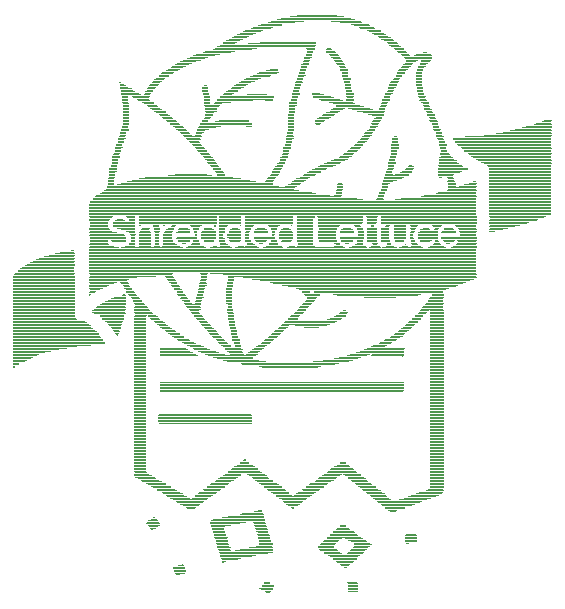
<source format=gbr>
G04 EAGLE Gerber RS-274X export*
G75*
%MOMM*%
%FSLAX34Y34*%
%LPD*%
%INSilkscreen Bottom*%
%IPPOS*%
%AMOC8*
5,1,8,0,0,1.08239X$1,22.5*%
G01*
%ADD10R,0.086363X0.084838*%
%ADD11R,0.337819X0.084581*%
%ADD12R,0.508000X0.084581*%
%ADD13R,0.929638X0.084581*%
%ADD14R,0.848363X0.084838*%
%ADD15R,0.929638X0.084838*%
%ADD16R,0.932181X0.084581*%
%ADD17R,1.102363X0.084581*%
%ADD18R,1.099819X0.084838*%
%ADD19R,1.099819X0.084581*%
%ADD20R,0.591819X0.084581*%
%ADD21R,0.424181X0.084581*%
%ADD22R,0.845819X0.084581*%
%ADD23R,0.848363X0.084581*%
%ADD24R,0.932181X0.084838*%
%ADD25R,1.016000X0.084581*%
%ADD26R,0.254000X0.084581*%
%ADD27R,0.762000X0.084838*%
%ADD28R,0.424181X0.084838*%
%ADD29R,0.675638X0.084581*%
%ADD30R,0.083819X0.084581*%
%ADD31R,1.016000X0.084838*%
%ADD32R,0.170181X0.084581*%
%ADD33R,1.356363X0.084581*%
%ADD34R,0.421637X0.084581*%
%ADD35R,1.440181X0.084581*%
%ADD36R,1.778000X0.084838*%
%ADD37R,1.437638X0.084581*%
%ADD38R,1.948181X0.084581*%
%ADD39R,1.691638X0.084581*%
%ADD40R,2.115819X0.084581*%
%ADD41R,2.202181X0.084838*%
%ADD42R,2.286000X0.084838*%
%ADD43R,2.710181X0.084581*%
%ADD44R,2.453638X0.084581*%
%ADD45R,2.964181X0.084581*%
%ADD46R,3.388362X0.084838*%
%ADD47R,1.524000X0.084838*%
%ADD48R,1.353819X0.084838*%
%ADD49R,4.147819X0.084581*%
%ADD50R,1.524000X0.084581*%
%ADD51R,1.353819X0.084581*%
%ADD52R,4.572000X0.084581*%
%ADD53R,4.655819X0.084838*%
%ADD54R,3.218181X0.084581*%
%ADD55R,1.270000X0.084581*%
%ADD56R,2.794000X0.084581*%
%ADD57R,2.540000X0.084838*%
%ADD58R,1.270000X0.084838*%
%ADD59R,2.032000X0.084581*%
%ADD60R,1.102363X0.084838*%
%ADD61R,1.440181X0.084838*%
%ADD62R,1.356363X0.084838*%
%ADD63R,1.437638X0.084838*%
%ADD64R,2.877819X0.084581*%
%ADD65R,2.623819X0.084838*%
%ADD66R,2.369819X0.084581*%
%ADD67R,2.286000X0.084581*%
%ADD68R,2.118362X0.084838*%
%ADD69R,1.861819X0.084581*%
%ADD70R,1.778000X0.084581*%
%ADD71R,0.086363X0.084581*%
%ADD72R,1.186181X0.084581*%
%ADD73R,0.508000X0.084838*%
%ADD74R,0.762000X0.084581*%
%ADD75R,1.694181X0.084581*%
%ADD76R,1.864363X0.084838*%
%ADD77R,0.254000X0.084838*%
%ADD78R,1.183638X0.084581*%
%ADD79R,2.456181X0.084581*%
%ADD80R,3.048000X0.084581*%
%ADD81R,4.739638X0.084838*%
%ADD82R,4.655819X0.084581*%
%ADD83R,4.401819X0.084581*%
%ADD84R,0.337819X0.084838*%
%ADD85R,3.977638X0.084838*%
%ADD86R,3.639819X0.084581*%
%ADD87R,3.131819X0.084581*%
%ADD88R,0.594363X0.084581*%
%ADD89R,1.610363X0.084581*%
%ADD90R,2.032000X0.084838*%
%ADD91R,2.540000X0.084581*%
%ADD92R,1.861819X0.084838*%
%ADD93R,1.186181X0.084838*%
%ADD94R,3.048000X0.084838*%
%ADD95R,2.202181X0.084581*%
%ADD96R,3.472181X0.084581*%
%ADD97R,3.810000X0.084581*%
%ADD98R,1.694181X0.084838*%
%ADD99R,2.710181X0.084838*%
%ADD100R,2.372362X0.084838*%
%ADD101R,1.607819X0.084838*%
%ADD102R,2.369819X0.084838*%
%ADD103R,2.199638X0.084581*%
%ADD104R,1.607819X0.084581*%
%ADD105R,1.610363X0.084838*%
%ADD106R,1.183638X0.084838*%
%ADD107R,2.794000X0.084838*%
%ADD108R,2.961638X0.084581*%
%ADD109R,2.623819X0.084581*%
%ADD110R,2.372362X0.084581*%
%ADD111R,2.453638X0.084838*%
%ADD112R,2.115819X0.084838*%
%ADD113R,2.118362X0.084581*%
%ADD114R,1.864363X0.084581*%
%ADD115R,7.874000X0.084581*%
%ADD116R,7.957819X0.084838*%
%ADD117R,7.957819X0.084581*%
%ADD118R,7.790181X0.084581*%
%ADD119R,20.574000X0.084581*%
%ADD120R,20.660363X0.084581*%
%ADD121R,20.660363X0.084838*%
%ADD122R,1.691638X0.084838*%
%ADD123R,4.742181X0.084581*%
%ADD124R,5.250181X0.084581*%
%ADD125R,6.520181X0.084838*%
%ADD126R,8.214363X0.084581*%
%ADD127R,0.678181X0.084838*%
%ADD128R,9.144000X0.084838*%
%ADD129R,3.302000X0.084581*%
%ADD130R,3.385819X0.084581*%
%ADD131R,3.642363X0.084838*%
%ADD132R,0.083819X0.084838*%
%ADD133R,3.980181X0.084581*%
%ADD134R,2.456181X0.084838*%
%ADD135R,2.964181X0.084838*%
%ADD136R,2.626362X0.084838*%
%ADD137R,4.064000X0.084581*%
%ADD138R,3.726181X0.084581*%
%ADD139R,0.845819X0.084838*%
%ADD140R,3.472181X0.084838*%
%ADD141R,3.896363X0.084581*%
%ADD142R,3.388362X0.084581*%
%ADD143R,4.488181X0.084581*%
%ADD144R,3.134362X0.084581*%
%ADD145R,5.080000X0.084838*%
%ADD146R,0.591819X0.084838*%
%ADD147R,5.420363X0.084581*%
%ADD148R,0.678181X0.084581*%
%ADD149R,6.604000X0.084581*%
%ADD150R,7.706363X0.084838*%
%ADD151R,7.706363X0.084581*%
%ADD152R,7.620000X0.084838*%
%ADD153R,7.536181X0.084581*%
%ADD154R,7.536181X0.084838*%
%ADD155R,0.675638X0.084838*%
%ADD156R,7.452363X0.084581*%
%ADD157R,7.366000X0.084581*%
%ADD158R,7.282181X0.084838*%
%ADD159R,7.198362X0.084581*%
%ADD160R,0.167637X0.084581*%
%ADD161R,0.340363X0.084581*%
%ADD162R,7.112000X0.084838*%
%ADD163R,0.340363X0.084838*%
%ADD164R,7.028181X0.084581*%
%ADD165R,6.944363X0.084581*%
%ADD166R,6.944363X0.084838*%
%ADD167R,6.774181X0.084581*%
%ADD168R,6.604000X0.084838*%
%ADD169R,6.520181X0.084581*%
%ADD170R,6.436363X0.084581*%
%ADD171R,6.266181X0.084838*%
%ADD172R,4.318000X0.084838*%
%ADD173R,6.182362X0.084581*%
%ADD174R,4.318000X0.084581*%
%ADD175R,6.012181X0.084581*%
%ADD176R,5.504181X0.084838*%
%ADD177R,5.334000X0.084581*%
%ADD178R,5.334000X0.084838*%
%ADD179R,1.945638X0.084838*%
%ADD180R,0.594363X0.084838*%
%ADD181R,5.166362X0.084838*%
%ADD182R,5.166362X0.084581*%
%ADD183R,2.626362X0.084581*%
%ADD184R,2.880362X0.084838*%
%ADD185R,0.421637X0.084838*%
%ADD186R,6.858000X0.084581*%
%ADD187R,7.449819X0.084581*%
%ADD188R,8.636000X0.084838*%
%ADD189R,10.922000X0.084581*%
%ADD190R,12.024363X0.084838*%
%ADD191R,12.446000X0.084581*%
%ADD192R,12.954000X0.084581*%
%ADD193R,13.462000X0.084838*%
%ADD194R,14.140181X0.084581*%
%ADD195R,14.902181X0.084581*%
%ADD196R,15.323819X0.084838*%
%ADD197R,16.085819X0.084581*%
%ADD198R,16.677637X0.084581*%
%ADD199R,3.215638X0.084838*%
%ADD200R,17.101819X0.084838*%
%ADD201R,3.215638X0.084581*%
%ADD202R,17.780000X0.084581*%
%ADD203R,18.796000X0.084581*%
%ADD204R,3.810000X0.084838*%
%ADD205R,19.474181X0.084838*%
%ADD206R,19.728181X0.084581*%
%ADD207R,5.671819X0.084581*%
%ADD208R,20.998181X0.084581*%
%ADD209R,6.179819X0.084838*%
%ADD210R,21.168363X0.084838*%
%ADD211R,5.080000X0.084581*%
%ADD212R,7.025638X0.084581*%
%ADD213R,21.422363X0.084581*%
%ADD214R,4.996181X0.084581*%
%ADD215R,7.112000X0.084581*%
%ADD216R,22.522181X0.084581*%
%ADD217R,4.912363X0.084838*%
%ADD218R,32.766000X0.084838*%
%ADD219R,32.766000X0.084581*%
%ADD220R,4.658362X0.084838*%
%ADD221R,4.404363X0.084581*%
%ADD222R,4.150362X0.084581*%
%ADD223R,3.896363X0.084838*%
%ADD224R,4.909819X0.084581*%
%ADD225R,0.170181X0.084838*%
%ADD226R,0.167637X0.084838*%
%ADD227R,3.131819X0.084838*%
%ADD228R,1.948181X0.084838*%
%ADD229R,2.707638X0.084838*%
%ADD230R,1.945638X0.084581*%
%ADD231R,8.044181X0.084581*%
%ADD232R,4.064000X0.084838*%
%ADD233R,8.044181X0.084838*%
%ADD234R,3.726181X0.084838*%
%ADD235R,4.401819X0.084838*%
%ADD236R,3.893819X0.084581*%
%ADD237R,4.826000X0.084581*%
%ADD238R,15.156181X0.084838*%
%ADD239R,5.250181X0.084838*%
%ADD240R,32.682181X0.084581*%
%ADD241R,32.598363X0.084838*%
%ADD242R,22.943819X0.084581*%
%ADD243R,22.268181X0.084581*%
%ADD244R,6.350000X0.084581*%
%ADD245R,21.082000X0.084838*%
%ADD246R,5.420363X0.084838*%
%ADD247R,20.828000X0.084581*%
%ADD248R,4.658362X0.084581*%
%ADD249R,19.812000X0.084581*%
%ADD250R,19.050000X0.084838*%
%ADD251R,18.288000X0.084581*%
%ADD252R,17.863819X0.084581*%
%ADD253R,17.272000X0.084838*%
%ADD254R,16.510000X0.084581*%
%ADD255R,15.918181X0.084581*%
%ADD256R,15.918181X0.084838*%
%ADD257R,15.915638X0.084581*%
%ADD258R,14.561819X0.084581*%
%ADD259R,14.391637X0.084838*%
%ADD260R,13.124181X0.084581*%
%ADD261R,12.786363X0.084581*%
%ADD262R,11.259819X0.084838*%
%ADD263R,10.073638X0.084581*%
%ADD264R,9.060181X0.084838*%
%ADD265R,8.552181X0.084581*%
%ADD266R,6.012181X0.084838*%
%ADD267R,5.674362X0.084581*%
%ADD268R,5.928363X0.084581*%
%ADD269R,6.858000X0.084838*%
%ADD270R,7.198362X0.084838*%
%ADD271R,7.452363X0.084838*%
%ADD272R,7.620000X0.084581*%
%ADD273R,7.960363X0.084581*%
%ADD274R,8.128000X0.084581*%
%ADD275R,8.214363X0.084838*%
%ADD276R,8.298181X0.084581*%
%ADD277R,8.298181X0.084838*%
%ADD278R,7.282181X0.084581*%
%ADD279R,2.877819X0.084838*%
%ADD280R,3.556000X0.084581*%
%ADD281R,8.382000X0.084838*%
%ADD282R,8.211819X0.084581*%
%ADD283R,5.755638X0.084581*%
%ADD284R,4.739638X0.084581*%
%ADD285R,5.925819X0.084581*%
%ADD286R,3.469638X0.084581*%


D10*
X542687Y154928D03*
D11*
X542267Y155775D03*
D12*
X542255Y156621D03*
D13*
X613807Y156621D03*
D14*
X541417Y157468D03*
D15*
X613807Y157468D03*
D16*
X540997Y158315D03*
D13*
X613807Y158315D03*
D17*
X540147Y159161D03*
D13*
X613807Y159161D03*
D18*
X540997Y160008D03*
D15*
X613807Y160008D03*
D19*
X541836Y160855D03*
D13*
X613807Y160855D03*
D19*
X541836Y161701D03*
D13*
X613807Y161701D03*
D14*
X541417Y162548D03*
D15*
X613807Y162548D03*
D20*
X540997Y163395D03*
D13*
X613807Y163395D03*
D21*
X540997Y164241D03*
D22*
X613387Y164241D03*
D10*
X540147Y165088D03*
D11*
X466067Y171015D03*
D23*
X467757Y171861D03*
D24*
X468176Y172708D03*
D25*
X467757Y173555D03*
X467757Y174401D03*
D18*
X467337Y175248D03*
D25*
X466918Y176095D03*
X466918Y176941D03*
D26*
X607888Y176941D03*
D27*
X467325Y177788D03*
D28*
X607876Y177788D03*
D20*
X468176Y178635D03*
D29*
X607457Y178635D03*
D30*
X469877Y179481D03*
D23*
X607457Y179481D03*
D31*
X607457Y180328D03*
D32*
X504167Y181175D03*
D33*
X607457Y181175D03*
D34*
X504587Y182021D03*
D35*
X607037Y182021D03*
D15*
X507127Y182868D03*
D36*
X607025Y182868D03*
D37*
X509667Y183715D03*
D38*
X607037Y183715D03*
D39*
X510937Y184561D03*
D40*
X607037Y184561D03*
D41*
X512626Y185408D03*
D42*
X606187Y185408D03*
D43*
X515166Y186255D03*
D44*
X606187Y186255D03*
D45*
X516436Y187101D03*
D43*
X606606Y187101D03*
D46*
X518557Y187948D03*
D47*
X598998Y187948D03*
D48*
X614226Y187948D03*
D49*
X521516Y188795D03*
D50*
X597297Y188795D03*
D51*
X615927Y188795D03*
D52*
X523637Y189641D03*
D37*
X596027Y189641D03*
D51*
X616766Y189641D03*
D53*
X523217Y190488D03*
D47*
X595595Y190488D03*
D48*
X616766Y190488D03*
D19*
X505437Y191335D03*
D54*
X530406Y191335D03*
D50*
X593918Y191335D03*
D55*
X618048Y191335D03*
D25*
X505018Y192181D03*
D56*
X532527Y192181D03*
D50*
X593055Y192181D03*
D51*
X619306Y192181D03*
D31*
X505018Y193028D03*
D57*
X533797Y193028D03*
D47*
X592217Y193028D03*
D58*
X619725Y193028D03*
D17*
X504587Y193875D03*
D59*
X536337Y193875D03*
D37*
X590947Y193875D03*
D55*
X620588Y193875D03*
D25*
X504155Y194721D03*
D33*
X538877Y194721D03*
D51*
X591366Y194721D03*
X621846Y194721D03*
D31*
X504155Y195568D03*
D60*
X540147Y195568D03*
D58*
X591785Y195568D03*
D61*
X622277Y195568D03*
D16*
X503736Y196415D03*
D17*
X540147Y196415D03*
D55*
X592648Y196415D03*
D35*
X622277Y196415D03*
D25*
X503317Y197261D03*
D17*
X540147Y197261D03*
D55*
X593487Y197261D03*
D37*
X621427Y197261D03*
D26*
X660365Y197261D03*
D31*
X503317Y198108D03*
D60*
X540147Y198108D03*
D62*
X594757Y198108D03*
D61*
X619737Y198108D03*
D31*
X663337Y198108D03*
D25*
X503317Y198955D03*
X539715Y198955D03*
D55*
X595188Y198955D03*
D37*
X618887Y198955D03*
D25*
X663337Y198955D03*
D16*
X502897Y199801D03*
D25*
X539715Y199801D03*
D55*
X596027Y199801D03*
D50*
X617617Y199801D03*
D25*
X663337Y199801D03*
D31*
X502478Y200648D03*
D18*
X539296Y200648D03*
D62*
X597297Y200648D03*
D63*
X616347Y200648D03*
D24*
X662917Y200648D03*
D25*
X502478Y201495D03*
X538877Y201495D03*
D55*
X598567Y201495D03*
D50*
X615077Y201495D03*
D16*
X662917Y201495D03*
D17*
X502047Y202341D03*
D25*
X538877Y202341D03*
D64*
X606606Y202341D03*
D16*
X662917Y202341D03*
D31*
X501615Y203188D03*
D24*
X538457Y203188D03*
D65*
X607037Y203188D03*
D24*
X662917Y203188D03*
D16*
X501196Y204035D03*
X538457Y204035D03*
D66*
X606606Y204035D03*
D16*
X662917Y204035D03*
X501196Y204881D03*
D25*
X538038Y204881D03*
D67*
X606187Y204881D03*
D23*
X663337Y204881D03*
D31*
X500777Y205728D03*
X538038Y205728D03*
D68*
X606187Y205728D03*
D25*
X500777Y206575D03*
D13*
X537607Y206575D03*
D69*
X606606Y206575D03*
D25*
X500777Y207421D03*
X537175Y207421D03*
D70*
X606187Y207421D03*
D24*
X500357Y208268D03*
D31*
X537175Y208268D03*
D47*
X605755Y208268D03*
D71*
X443627Y209115D03*
D25*
X499938Y209115D03*
X537175Y209115D03*
D72*
X605767Y209115D03*
D21*
X444477Y209961D03*
D25*
X499938Y209961D03*
X536337Y209961D03*
D16*
X605336Y209961D03*
D73*
X444058Y210808D03*
D60*
X499507Y210808D03*
D31*
X536337Y210808D03*
D27*
X605348Y210808D03*
D74*
X445328Y211655D03*
D72*
X499926Y211655D03*
D16*
X535917Y211655D03*
D20*
X605336Y211655D03*
D16*
X445316Y212501D03*
D75*
X502466Y212501D03*
D25*
X535498Y212501D03*
D21*
X605336Y212501D03*
D18*
X445316Y213348D03*
D76*
X503317Y213348D03*
D31*
X535498Y213348D03*
D77*
X605348Y213348D03*
D78*
X444897Y214195D03*
D79*
X505437Y214195D03*
D25*
X535498Y214195D03*
D19*
X444477Y215041D03*
D80*
X508397Y215041D03*
D25*
X534635Y215041D03*
D24*
X444477Y215888D03*
D81*
X516017Y215888D03*
D23*
X444897Y216735D03*
D82*
X516436Y216735D03*
D20*
X445316Y217581D03*
D83*
X517706Y217581D03*
D84*
X445747Y218428D03*
D85*
X519827Y218428D03*
D32*
X445747Y219275D03*
D86*
X520677Y219275D03*
D87*
X523217Y220121D03*
D57*
X526177Y220968D03*
D38*
X528297Y221815D03*
D70*
X529148Y222661D03*
D18*
X531676Y223508D03*
D10*
X646827Y223508D03*
D29*
X533797Y224355D03*
D20*
X647677Y224355D03*
D34*
X535067Y225201D03*
D74*
X647665Y225201D03*
D84*
X477066Y226048D03*
D18*
X648516Y226048D03*
D88*
X476647Y226895D03*
D71*
X563007Y226895D03*
D89*
X649367Y226895D03*
D22*
X477066Y227741D03*
D26*
X563007Y227741D03*
D75*
X649786Y227741D03*
D60*
X476647Y228588D03*
D73*
X563438Y228588D03*
D90*
X650637Y228588D03*
D37*
X476647Y229435D03*
D22*
X563426Y229435D03*
D91*
X651475Y229435D03*
D75*
X476227Y230281D03*
D17*
X563007Y230281D03*
D64*
X652326Y230281D03*
D92*
X476227Y231128D03*
D93*
X563426Y231128D03*
D94*
X652338Y231128D03*
D95*
X476227Y231975D03*
D50*
X563438Y231975D03*
D96*
X652757Y231975D03*
D66*
X476227Y232821D03*
D75*
X563426Y232821D03*
D97*
X653608Y232821D03*
D57*
X476215Y233668D03*
D92*
X563426Y233668D03*
D62*
X640477Y233668D03*
D42*
X662905Y233668D03*
D64*
X476227Y234515D03*
D40*
X563857Y234515D03*
D51*
X639626Y234515D03*
D66*
X665026Y234515D03*
D39*
X467757Y235361D03*
D37*
X484267Y235361D03*
D66*
X563426Y235361D03*
D33*
X637937Y235361D03*
D67*
X668848Y235361D03*
D98*
X466067Y236208D03*
D61*
X485956Y236208D03*
D99*
X563426Y236208D03*
D63*
X636667Y236208D03*
D100*
X670957Y236208D03*
D39*
X465217Y237055D03*
D37*
X486807Y237055D03*
D64*
X563426Y237055D03*
D51*
X636247Y237055D03*
D66*
X672646Y237055D03*
D50*
X463515Y237901D03*
X488077Y237901D03*
D37*
X555387Y237901D03*
D50*
X571897Y237901D03*
D33*
X635397Y237901D03*
D66*
X675186Y237901D03*
D101*
X462257Y238748D03*
D63*
X489347Y238748D03*
D61*
X553697Y238748D03*
D63*
X573167Y238748D03*
D48*
X633707Y238748D03*
D102*
X677726Y238748D03*
D89*
X461407Y239595D03*
D35*
X490197Y239595D03*
D37*
X552847Y239595D03*
D50*
X573598Y239595D03*
D35*
X633276Y239595D03*
D103*
X678577Y239595D03*
D104*
X459717Y240441D03*
D50*
X491455Y240441D03*
D35*
X551996Y240441D03*
D50*
X575275Y240441D03*
D51*
X632006Y240441D03*
D59*
X680278Y240441D03*
D47*
X457597Y241288D03*
D61*
X492737Y241288D03*
D63*
X550307Y241288D03*
D61*
X576557Y241288D03*
X630736Y241288D03*
D98*
X681967Y241288D03*
D89*
X456327Y242135D03*
D37*
X494427Y242135D03*
D35*
X549456Y242135D03*
D37*
X578247Y242135D03*
D35*
X629897Y242135D03*
X683237Y242135D03*
D104*
X455476Y242981D03*
D50*
X494858Y242981D03*
D35*
X548617Y242981D03*
D50*
X578678Y242981D03*
D51*
X628627Y242981D03*
D55*
X684088Y242981D03*
D105*
X453787Y243828D03*
D61*
X496116Y243828D03*
D48*
X547347Y243828D03*
D47*
X580355Y243828D03*
D62*
X627777Y243828D03*
D93*
X684507Y243828D03*
D104*
X452097Y244675D03*
D35*
X497817Y244675D03*
X546077Y244675D03*
X581637Y244675D03*
D37*
X626507Y244675D03*
D17*
X684927Y244675D03*
D89*
X451247Y245521D03*
D35*
X497817Y245521D03*
X546077Y245521D03*
D50*
X582057Y245521D03*
D35*
X625656Y245521D03*
D17*
X684927Y245521D03*
D101*
X449557Y246368D03*
D47*
X499075Y246368D03*
D61*
X544376Y246368D03*
D63*
X583327Y246368D03*
D61*
X624817Y246368D03*
D60*
X684927Y246368D03*
D104*
X447856Y247215D03*
D50*
X500777Y247215D03*
D35*
X543537Y247215D03*
D50*
X584597Y247215D03*
D51*
X623547Y247215D03*
D17*
X684927Y247215D03*
D39*
X447437Y248061D03*
D35*
X501196Y248061D03*
X541836Y248061D03*
D50*
X585435Y248061D03*
D33*
X622697Y248061D03*
D17*
X684927Y248061D03*
D47*
X445735Y248908D03*
D61*
X502897Y248908D03*
X540997Y248908D03*
X586717Y248908D03*
D48*
X621846Y248908D03*
D60*
X684927Y248908D03*
D89*
X443627Y249755D03*
D51*
X504167Y249755D03*
X539727Y249755D03*
D37*
X588407Y249755D03*
D33*
X620157Y249755D03*
D17*
X684927Y249755D03*
D104*
X441937Y250601D03*
D35*
X505437Y250601D03*
X538457Y250601D03*
X590096Y250601D03*
D37*
X618887Y250601D03*
D17*
X684927Y250601D03*
D105*
X441087Y251448D03*
D61*
X506276Y251448D03*
D63*
X537607Y251448D03*
D47*
X590515Y251448D03*
D48*
X618467Y251448D03*
D60*
X684927Y251448D03*
D50*
X439817Y252295D03*
X507558Y252295D03*
D33*
X536337Y252295D03*
D35*
X591797Y252295D03*
X617197Y252295D03*
D17*
X684927Y252295D03*
D75*
X438127Y253141D03*
D35*
X508816Y253141D03*
D37*
X535067Y253141D03*
D50*
X593055Y253141D03*
D37*
X616347Y253141D03*
D17*
X684927Y253141D03*
D47*
X437277Y253988D03*
D63*
X509667Y253988D03*
D61*
X534216Y253988D03*
D47*
X593918Y253988D03*
D61*
X615496Y253988D03*
D60*
X684927Y253988D03*
D50*
X436438Y254835D03*
D35*
X511356Y254835D03*
X533377Y254835D03*
X595176Y254835D03*
D51*
X614226Y254835D03*
D17*
X684927Y254835D03*
D55*
X435168Y255681D03*
D37*
X512207Y255681D03*
D35*
X531676Y255681D03*
X596877Y255681D03*
X612956Y255681D03*
D17*
X684927Y255681D03*
D106*
X434737Y256528D03*
D47*
X513477Y256528D03*
D61*
X530837Y256528D03*
D107*
X604485Y256528D03*
D60*
X684927Y256528D03*
D19*
X434317Y257375D03*
D108*
X522367Y257375D03*
D109*
X604497Y257375D03*
D17*
X684927Y257375D03*
D25*
X433898Y258221D03*
D43*
X521947Y258221D03*
D110*
X604917Y258221D03*
D17*
X684927Y258221D03*
D31*
X433898Y259068D03*
D111*
X522367Y259068D03*
D112*
X605336Y259068D03*
D60*
X684927Y259068D03*
D25*
X433898Y259915D03*
D67*
X522367Y259915D03*
D59*
X604917Y259915D03*
D17*
X684927Y259915D03*
D25*
X433898Y260761D03*
D113*
X522367Y260761D03*
D114*
X604917Y260761D03*
D17*
X684927Y260761D03*
D31*
X433898Y261608D03*
D92*
X521947Y261608D03*
D47*
X604917Y261608D03*
D60*
X684927Y261608D03*
D25*
X433898Y262455D03*
D70*
X522367Y262455D03*
D33*
X604917Y262455D03*
D17*
X684927Y262455D03*
D25*
X433898Y263301D03*
D37*
X522367Y263301D03*
D19*
X605336Y263301D03*
D17*
X684927Y263301D03*
D31*
X433898Y264148D03*
D60*
X522367Y264148D03*
D27*
X605348Y264148D03*
D60*
X684927Y264148D03*
D25*
X433898Y264995D03*
D74*
X522367Y264995D03*
D12*
X605755Y264995D03*
D17*
X684927Y264995D03*
D25*
X433898Y265841D03*
D74*
X522367Y265841D03*
D21*
X605336Y265841D03*
D17*
X684927Y265841D03*
D31*
X433898Y266688D03*
D73*
X522798Y266688D03*
D77*
X605348Y266688D03*
D60*
X684927Y266688D03*
D25*
X433898Y267535D03*
D26*
X522367Y267535D03*
D17*
X684927Y267535D03*
D25*
X433898Y268381D03*
D71*
X522367Y268381D03*
D17*
X684927Y268381D03*
D31*
X433898Y269228D03*
D60*
X684927Y269228D03*
D25*
X433898Y270075D03*
D17*
X684927Y270075D03*
D25*
X433898Y270921D03*
D17*
X684927Y270921D03*
D31*
X433898Y271768D03*
D60*
X684927Y271768D03*
D25*
X433898Y272615D03*
D17*
X684927Y272615D03*
D25*
X433898Y273461D03*
D17*
X684927Y273461D03*
D31*
X433898Y274308D03*
D60*
X684927Y274308D03*
D25*
X433898Y275155D03*
D17*
X684927Y275155D03*
D25*
X433898Y276001D03*
D17*
X684927Y276001D03*
D31*
X433898Y276848D03*
D60*
X684927Y276848D03*
D25*
X433898Y277695D03*
D17*
X684927Y277695D03*
D25*
X433898Y278541D03*
D17*
X684927Y278541D03*
D31*
X433898Y279388D03*
D60*
X684927Y279388D03*
D25*
X433898Y280235D03*
D17*
X684927Y280235D03*
D25*
X433898Y281081D03*
D17*
X684927Y281081D03*
D31*
X433898Y281928D03*
D60*
X684927Y281928D03*
D25*
X433898Y282775D03*
D17*
X684927Y282775D03*
D25*
X433898Y283621D03*
D17*
X684927Y283621D03*
D31*
X433898Y284468D03*
D60*
X684927Y284468D03*
D25*
X433898Y285315D03*
D17*
X684927Y285315D03*
D25*
X433898Y286161D03*
D17*
X684927Y286161D03*
D31*
X433898Y287008D03*
D60*
X684927Y287008D03*
D25*
X433898Y287855D03*
D17*
X684927Y287855D03*
D25*
X433898Y288701D03*
D17*
X684927Y288701D03*
D31*
X433898Y289548D03*
D60*
X684927Y289548D03*
D25*
X433898Y290395D03*
D17*
X684927Y290395D03*
D25*
X433898Y291241D03*
D17*
X684927Y291241D03*
D31*
X433898Y292088D03*
D60*
X684927Y292088D03*
D25*
X433898Y292935D03*
D17*
X684927Y292935D03*
D25*
X433898Y293781D03*
D17*
X684927Y293781D03*
D31*
X433898Y294628D03*
D60*
X684927Y294628D03*
D25*
X433898Y295475D03*
D17*
X684927Y295475D03*
D25*
X433898Y296321D03*
D17*
X684927Y296321D03*
D31*
X433898Y297168D03*
D60*
X684927Y297168D03*
D25*
X433898Y298015D03*
D17*
X684927Y298015D03*
D25*
X433898Y298861D03*
D115*
X489347Y298861D03*
D17*
X684927Y298861D03*
D31*
X433898Y299708D03*
D116*
X488927Y299708D03*
D60*
X684927Y299708D03*
D25*
X433898Y300555D03*
D117*
X488927Y300555D03*
D17*
X684927Y300555D03*
D25*
X433898Y301401D03*
D117*
X488927Y301401D03*
D17*
X684927Y301401D03*
D31*
X433898Y302248D03*
D116*
X488927Y302248D03*
D60*
X684927Y302248D03*
D25*
X433898Y303095D03*
D117*
X488927Y303095D03*
D17*
X684927Y303095D03*
D25*
X433898Y303941D03*
D117*
X488927Y303941D03*
D17*
X684927Y303941D03*
D31*
X433898Y304788D03*
D116*
X488927Y304788D03*
D60*
X684927Y304788D03*
D25*
X433898Y305635D03*
D117*
X488927Y305635D03*
D17*
X684927Y305635D03*
D25*
X433898Y306481D03*
D118*
X488927Y306481D03*
D17*
X684927Y306481D03*
D31*
X433898Y307328D03*
D60*
X684927Y307328D03*
D25*
X433898Y308175D03*
D17*
X684927Y308175D03*
D25*
X433898Y309021D03*
D17*
X684927Y309021D03*
D31*
X433898Y309868D03*
D60*
X684927Y309868D03*
D25*
X433898Y310715D03*
D17*
X684927Y310715D03*
D25*
X433898Y311561D03*
D17*
X684927Y311561D03*
D31*
X433898Y312408D03*
D60*
X684927Y312408D03*
D25*
X433898Y313255D03*
D17*
X684927Y313255D03*
D25*
X433898Y314101D03*
D17*
X684927Y314101D03*
D31*
X433898Y314948D03*
D60*
X684927Y314948D03*
D25*
X433898Y315795D03*
D17*
X684927Y315795D03*
D25*
X433898Y316641D03*
D17*
X684927Y316641D03*
D31*
X433898Y317488D03*
D60*
X684927Y317488D03*
D25*
X433898Y318335D03*
D17*
X684927Y318335D03*
D25*
X433898Y319181D03*
D17*
X684927Y319181D03*
D31*
X433898Y320028D03*
D60*
X684927Y320028D03*
D25*
X433898Y320875D03*
D17*
X684927Y320875D03*
D25*
X433898Y321721D03*
D17*
X684927Y321721D03*
D31*
X433898Y322568D03*
D60*
X684927Y322568D03*
D25*
X433898Y323415D03*
D17*
X684927Y323415D03*
D25*
X433898Y324261D03*
D17*
X684927Y324261D03*
D31*
X433898Y325108D03*
D60*
X684927Y325108D03*
D25*
X433898Y325955D03*
D119*
X553685Y325955D03*
D17*
X684927Y325955D03*
D25*
X433898Y326801D03*
D120*
X554117Y326801D03*
D17*
X684927Y326801D03*
D31*
X433898Y327648D03*
D121*
X554117Y327648D03*
D60*
X684927Y327648D03*
D25*
X433898Y328495D03*
D120*
X554117Y328495D03*
D17*
X684927Y328495D03*
D25*
X433898Y329341D03*
D120*
X554117Y329341D03*
D17*
X684927Y329341D03*
D31*
X433898Y330188D03*
D121*
X554117Y330188D03*
D60*
X684927Y330188D03*
D25*
X433898Y331035D03*
D120*
X554117Y331035D03*
D17*
X684927Y331035D03*
D25*
X433898Y331881D03*
D120*
X554117Y331881D03*
D17*
X684927Y331881D03*
D31*
X433898Y332728D03*
D121*
X554117Y332728D03*
D60*
X684927Y332728D03*
D25*
X433898Y333575D03*
D120*
X554117Y333575D03*
D17*
X684927Y333575D03*
D25*
X433898Y334421D03*
D17*
X684927Y334421D03*
D31*
X433898Y335268D03*
D60*
X684927Y335268D03*
D25*
X433898Y336115D03*
D17*
X684927Y336115D03*
D25*
X433898Y336961D03*
D17*
X684927Y336961D03*
D31*
X433898Y337808D03*
D60*
X684927Y337808D03*
D25*
X433898Y338655D03*
D17*
X684927Y338655D03*
D25*
X433898Y339501D03*
D17*
X684927Y339501D03*
D31*
X433898Y340348D03*
D60*
X684927Y340348D03*
D25*
X433898Y341195D03*
D17*
X684927Y341195D03*
D25*
X433898Y342041D03*
D17*
X684927Y342041D03*
D31*
X433898Y342888D03*
D60*
X684927Y342888D03*
D25*
X433898Y343735D03*
D17*
X684927Y343735D03*
D25*
X433898Y344581D03*
D17*
X684927Y344581D03*
D31*
X433898Y345428D03*
D122*
X561737Y345428D03*
D60*
X684927Y345428D03*
D71*
X326787Y346275D03*
D25*
X433898Y346275D03*
D123*
X560886Y346275D03*
D17*
X684927Y346275D03*
D32*
X327206Y347121D03*
D25*
X433898Y347121D03*
D124*
X560886Y347121D03*
D17*
X684927Y347121D03*
D77*
X327625Y347968D03*
D31*
X433898Y347968D03*
D125*
X561317Y347968D03*
D60*
X684927Y347968D03*
D21*
X328476Y348815D03*
D25*
X433898Y348815D03*
D115*
X559628Y348815D03*
D17*
X684927Y348815D03*
D12*
X328895Y349661D03*
D25*
X433898Y349661D03*
D126*
X560467Y349661D03*
D17*
X684927Y349661D03*
D127*
X329746Y350508D03*
D31*
X433898Y350508D03*
D128*
X560035Y350508D03*
D60*
X684927Y350508D03*
D16*
X331016Y351355D03*
D25*
X433898Y351355D03*
D129*
X524068Y351355D03*
D80*
X595595Y351355D03*
D17*
X684927Y351355D03*
X331867Y352201D03*
D25*
X433898Y352201D03*
D45*
X518976Y352201D03*
D91*
X601538Y352201D03*
D17*
X684927Y352201D03*
D93*
X332286Y353048D03*
D31*
X433898Y353048D03*
D107*
X516448Y353048D03*
D41*
X604066Y353048D03*
D60*
X684927Y353048D03*
D35*
X333556Y353895D03*
D25*
X433898Y353895D03*
D45*
X513896Y353895D03*
D59*
X608295Y353895D03*
D17*
X684927Y353895D03*
D89*
X334407Y354741D03*
D25*
X433898Y354741D03*
D130*
X512626Y354741D03*
D69*
X611686Y354741D03*
D17*
X684927Y354741D03*
D98*
X334826Y355588D03*
D31*
X433898Y355588D03*
D131*
X512207Y355588D03*
D36*
X613807Y355588D03*
D132*
X656136Y355588D03*
D60*
X684927Y355588D03*
D38*
X336096Y356435D03*
D25*
X433898Y356435D03*
D54*
X466906Y356435D03*
D133*
X511356Y356435D03*
D39*
X617617Y356435D03*
D56*
X643448Y356435D03*
D17*
X684927Y356435D03*
D95*
X337366Y357281D03*
D25*
X433898Y357281D03*
D80*
X466055Y357281D03*
D75*
X497386Y357281D03*
D78*
X516017Y357281D03*
D16*
X528297Y357281D03*
D39*
X620157Y357281D03*
D43*
X643867Y357281D03*
D17*
X684927Y357281D03*
D134*
X338636Y358128D03*
D31*
X433898Y358128D03*
D135*
X465636Y358128D03*
D101*
X496116Y358128D03*
D106*
X516017Y358128D03*
D14*
X528717Y358128D03*
D47*
X621858Y358128D03*
D136*
X644287Y358128D03*
D60*
X684927Y358128D03*
D43*
X339906Y358975D03*
D25*
X433898Y358975D03*
D56*
X464785Y358975D03*
D50*
X493157Y358975D03*
D72*
X515166Y358975D03*
D22*
X529567Y358975D03*
D137*
X637098Y358975D03*
D17*
X684927Y358975D03*
D54*
X342446Y359821D03*
D25*
X433898Y359821D03*
D91*
X463515Y359821D03*
D35*
X490197Y359821D03*
D55*
X513908Y359821D03*
D23*
X531257Y359821D03*
D138*
X638787Y359821D03*
D17*
X684927Y359821D03*
D131*
X344567Y360668D03*
D31*
X433898Y360668D03*
D134*
X463096Y360668D03*
D62*
X488077Y360668D03*
X513477Y360668D03*
D139*
X532946Y360668D03*
D140*
X640057Y360668D03*
D60*
X684927Y360668D03*
D141*
X345837Y361515D03*
D25*
X433898Y361515D03*
D110*
X462677Y361515D03*
D51*
X486387Y361515D03*
D35*
X513057Y361515D03*
D22*
X532946Y361515D03*
D142*
X640477Y361515D03*
D17*
X684927Y361515D03*
D143*
X348796Y362361D03*
D25*
X433898Y362361D03*
D95*
X461826Y362361D03*
D72*
X484686Y362361D03*
D37*
X512207Y362361D03*
D22*
X534647Y362361D03*
D144*
X641747Y362361D03*
D17*
X684927Y362361D03*
D145*
X351755Y363208D03*
D31*
X433898Y363208D03*
D58*
X482565Y363208D03*
D27*
X507965Y363208D03*
D146*
X516436Y363208D03*
D139*
X535486Y363208D03*
D48*
X634546Y363208D03*
D60*
X684927Y363208D03*
D147*
X353457Y364055D03*
D25*
X433898Y364055D03*
D17*
X481727Y364055D03*
D148*
X507546Y364055D03*
D20*
X516436Y364055D03*
D74*
X535905Y364055D03*
D78*
X635397Y364055D03*
D17*
X684927Y364055D03*
D149*
X359375Y364901D03*
D25*
X433898Y364901D03*
D17*
X479187Y364901D03*
D22*
X506707Y364901D03*
D20*
X516436Y364901D03*
D74*
X537607Y364901D03*
D72*
X637086Y364901D03*
D17*
X684927Y364901D03*
D150*
X364887Y365748D03*
D31*
X433898Y365748D03*
D18*
X477497Y365748D03*
D27*
X505425Y365748D03*
D73*
X516017Y365748D03*
D14*
X538877Y365748D03*
D60*
X639207Y365748D03*
X684927Y365748D03*
D151*
X364887Y366595D03*
D25*
X433898Y366595D03*
D19*
X475796Y366595D03*
D74*
X504587Y366595D03*
D20*
X515597Y366595D03*
D74*
X540147Y366595D03*
D19*
X640896Y366595D03*
D17*
X684927Y366595D03*
D151*
X364887Y367441D03*
D25*
X433898Y367441D03*
X474538Y367441D03*
D74*
X503748Y367441D03*
D20*
X515597Y367441D03*
D74*
X540985Y367441D03*
D25*
X642178Y367441D03*
D17*
X684927Y367441D03*
D152*
X364455Y368288D03*
D31*
X433898Y368288D03*
X472837Y368288D03*
D27*
X502885Y368288D03*
D146*
X515597Y368288D03*
D27*
X541848Y368288D03*
D31*
X643855Y368288D03*
D60*
X684927Y368288D03*
D153*
X364036Y369135D03*
D25*
X433898Y369135D03*
X471135Y369135D03*
D148*
X502466Y369135D03*
D88*
X514747Y369135D03*
D74*
X542687Y369135D03*
D25*
X645557Y369135D03*
D17*
X684927Y369135D03*
D153*
X364036Y369981D03*
D25*
X433898Y369981D03*
X470297Y369981D03*
D148*
X501627Y369981D03*
D88*
X514747Y369981D03*
D74*
X543525Y369981D03*
D25*
X646395Y369981D03*
D17*
X684927Y369981D03*
D154*
X364036Y370828D03*
D31*
X433898Y370828D03*
D15*
X469027Y370828D03*
D155*
X500777Y370828D03*
D73*
X514315Y370828D03*
D27*
X544388Y370828D03*
D24*
X647677Y370828D03*
D60*
X684927Y370828D03*
D156*
X363617Y371675D03*
D25*
X433898Y371675D03*
D13*
X466487Y371675D03*
D74*
X499507Y371675D03*
D12*
X514315Y371675D03*
D74*
X546065Y371675D03*
D13*
X649367Y371675D03*
D17*
X684927Y371675D03*
D157*
X363185Y372521D03*
D25*
X433898Y372521D03*
D16*
X465636Y372521D03*
D74*
X498668Y372521D03*
D20*
X513896Y372521D03*
D74*
X546928Y372521D03*
D16*
X651056Y372521D03*
D17*
X684927Y372521D03*
D158*
X362766Y373368D03*
D132*
X414836Y373368D03*
D31*
X433898Y373368D03*
D24*
X464797Y373368D03*
D27*
X497805Y373368D03*
D146*
X513896Y373368D03*
D27*
X547767Y373368D03*
D139*
X651487Y373368D03*
D60*
X684927Y373368D03*
D159*
X362347Y374215D03*
D160*
X414417Y374215D03*
D25*
X433898Y374215D03*
D22*
X463527Y374215D03*
D74*
X496967Y374215D03*
D12*
X513477Y374215D03*
D74*
X548605Y374215D03*
D23*
X653177Y374215D03*
D17*
X684927Y374215D03*
D159*
X362347Y375061D03*
D161*
X414417Y375061D03*
D25*
X433898Y375061D03*
D16*
X462257Y375061D03*
D74*
X496128Y375061D03*
D12*
X513477Y375061D03*
D74*
X549468Y375061D03*
D22*
X654027Y375061D03*
D17*
X684927Y375061D03*
D162*
X361915Y375908D03*
D163*
X414417Y375908D03*
D31*
X433898Y375908D03*
D139*
X460987Y375908D03*
D27*
X495265Y375908D03*
D73*
X513477Y375908D03*
D27*
X550307Y375908D03*
D139*
X654866Y375908D03*
D60*
X684927Y375908D03*
D164*
X361496Y376755D03*
D21*
X413997Y376755D03*
D25*
X433898Y376755D03*
D23*
X460137Y376755D03*
D74*
X495265Y376755D03*
D12*
X513477Y376755D03*
D74*
X551145Y376755D03*
X656148Y376755D03*
D17*
X684927Y376755D03*
D165*
X361077Y377601D03*
D12*
X413578Y377601D03*
D25*
X433898Y377601D03*
D13*
X458867Y377601D03*
D74*
X494427Y377601D03*
D20*
X513057Y377601D03*
D74*
X552008Y377601D03*
D13*
X656987Y377601D03*
D17*
X684927Y377601D03*
D166*
X361077Y378448D03*
D146*
X413997Y378448D03*
D31*
X433898Y378448D03*
D24*
X458016Y378448D03*
D27*
X493588Y378448D03*
D146*
X513057Y378448D03*
D27*
X552847Y378448D03*
D139*
X657406Y378448D03*
D60*
X684927Y378448D03*
D167*
X360226Y379295D03*
D74*
X413985Y379295D03*
D25*
X433898Y379295D03*
D22*
X456746Y379295D03*
D74*
X492725Y379295D03*
D12*
X512638Y379295D03*
D29*
X554117Y379295D03*
D22*
X659107Y379295D03*
D17*
X684927Y379295D03*
D149*
X359375Y380141D03*
D22*
X413566Y380141D03*
D25*
X433898Y380141D03*
D23*
X455057Y380141D03*
D148*
X491467Y380141D03*
D12*
X512638Y380141D03*
D74*
X555387Y380141D03*
D55*
X579085Y380141D03*
D74*
X660365Y380141D03*
D17*
X684927Y380141D03*
D168*
X359375Y380988D03*
D15*
X413147Y380988D03*
D31*
X433898Y380988D03*
D139*
X454206Y380988D03*
D155*
X490617Y380988D03*
D73*
X511775Y380988D03*
D27*
X556225Y380988D03*
D134*
X579097Y380988D03*
D27*
X661228Y380988D03*
D60*
X684927Y380988D03*
D169*
X358956Y381835D03*
D25*
X412715Y381835D03*
X433898Y381835D03*
D74*
X453787Y381835D03*
X490185Y381835D03*
D12*
X511775Y381835D03*
D29*
X556657Y381835D03*
D43*
X578666Y381835D03*
D74*
X662067Y381835D03*
D17*
X684927Y381835D03*
D170*
X358537Y382681D03*
D72*
X412727Y382681D03*
D25*
X433898Y382681D03*
D74*
X452085Y382681D03*
X489347Y382681D03*
D12*
X511775Y382681D03*
D137*
X574437Y382681D03*
D74*
X662905Y382681D03*
D17*
X684927Y382681D03*
D171*
X357686Y383528D03*
D58*
X412308Y383528D03*
D31*
X433898Y383528D03*
D139*
X451666Y383528D03*
D27*
X488508Y383528D03*
D73*
X511775Y383528D03*
D172*
X576545Y383528D03*
D139*
X664187Y383528D03*
D60*
X684927Y383528D03*
D173*
X357267Y384375D03*
D55*
X412308Y384375D03*
D25*
X433898Y384375D03*
D22*
X450827Y384375D03*
D29*
X488077Y384375D03*
D20*
X511356Y384375D03*
D174*
X577408Y384375D03*
D22*
X665026Y384375D03*
D17*
X684927Y384375D03*
D175*
X356416Y385221D03*
D35*
X411457Y385221D03*
D25*
X433898Y385221D03*
D74*
X449545Y385221D03*
D148*
X487226Y385221D03*
D20*
X511356Y385221D03*
D83*
X578666Y385221D03*
D74*
X665445Y385221D03*
D17*
X684927Y385221D03*
D176*
X353876Y386068D03*
D101*
X411457Y386068D03*
D31*
X433898Y386068D03*
D139*
X448287Y386068D03*
D127*
X486387Y386068D03*
D73*
X510937Y386068D03*
D60*
X563007Y386068D03*
D63*
X596027Y386068D03*
D27*
X667147Y386068D03*
D60*
X684927Y386068D03*
D147*
X353457Y386915D03*
D69*
X411026Y386915D03*
D25*
X433898Y386915D03*
D74*
X447005Y386915D03*
D29*
X485537Y386915D03*
D12*
X510937Y386915D03*
D22*
X563426Y386915D03*
D72*
X598147Y386915D03*
D74*
X667985Y386915D03*
D17*
X684927Y386915D03*
D177*
X353025Y387761D03*
D69*
X411026Y387761D03*
D25*
X433898Y387761D03*
D74*
X446167Y387761D03*
D148*
X484686Y387761D03*
D12*
X510937Y387761D03*
D22*
X563426Y387761D03*
D19*
X599417Y387761D03*
D74*
X667985Y387761D03*
D17*
X684927Y387761D03*
D178*
X353025Y388608D03*
D179*
X410607Y388608D03*
D31*
X433898Y388608D03*
D139*
X445747Y388608D03*
D180*
X484267Y388608D03*
D73*
X510937Y388608D03*
D14*
X564277Y388608D03*
D60*
X601107Y388608D03*
D27*
X668848Y388608D03*
D60*
X684927Y388608D03*
D124*
X352606Y389455D03*
D59*
X410175Y389455D03*
D25*
X433898Y389455D03*
D23*
X444897Y389455D03*
D74*
X483428Y389455D03*
D12*
X510937Y389455D03*
D74*
X564708Y389455D03*
D25*
X603215Y389455D03*
D148*
X670106Y389455D03*
D17*
X684927Y389455D03*
D124*
X352606Y390301D03*
D40*
X409756Y390301D03*
D19*
X434317Y390301D03*
D148*
X444046Y390301D03*
D29*
X482997Y390301D03*
D12*
X510937Y390301D03*
D74*
X565547Y390301D03*
D13*
X603647Y390301D03*
D148*
X670106Y390301D03*
D17*
X684927Y390301D03*
D181*
X352187Y391148D03*
D102*
X408486Y391148D03*
D36*
X437708Y391148D03*
D127*
X482146Y391148D03*
D146*
X510517Y391148D03*
D27*
X566385Y391148D03*
D14*
X604917Y391148D03*
D27*
X671388Y391148D03*
D60*
X684927Y391148D03*
D182*
X352187Y391995D03*
D183*
X408067Y391995D03*
D104*
X436857Y391995D03*
D148*
X481307Y391995D03*
D20*
X510517Y391995D03*
D74*
X568087Y391995D03*
D148*
X605767Y391995D03*
X672646Y391995D03*
D17*
X684927Y391995D03*
D182*
X352187Y392841D03*
D56*
X407228Y392841D03*
D50*
X436438Y392841D03*
D29*
X480457Y392841D03*
D12*
X510098Y392841D03*
D74*
X568925Y392841D03*
D88*
X606187Y392841D03*
D29*
X673497Y392841D03*
D17*
X684927Y392841D03*
D181*
X352187Y393688D03*
D184*
X406797Y393688D03*
D47*
X436438Y393688D03*
D27*
X480025Y393688D03*
D73*
X510098Y393688D03*
D27*
X569788Y393688D03*
D73*
X606618Y393688D03*
D27*
X673928Y393688D03*
D60*
X684927Y393688D03*
D182*
X352187Y394535D03*
D56*
X407228Y394535D03*
D51*
X435587Y394535D03*
D74*
X480025Y394535D03*
D12*
X510098Y394535D03*
D74*
X570627Y394535D03*
D26*
X607025Y394535D03*
D74*
X674767Y394535D03*
D17*
X684927Y394535D03*
D182*
X352187Y395381D03*
D183*
X408067Y395381D03*
D55*
X435168Y395381D03*
D16*
X480037Y395381D03*
D12*
X510098Y395381D03*
D148*
X571046Y395381D03*
D114*
X681117Y395381D03*
D181*
X352187Y396228D03*
D136*
X408067Y396228D03*
D58*
X435168Y396228D03*
D31*
X479618Y396228D03*
D73*
X510098Y396228D03*
D155*
X571897Y396228D03*
D36*
X681548Y396228D03*
D182*
X352187Y397075D03*
D79*
X408917Y397075D03*
D78*
X434737Y397075D03*
D17*
X479187Y397075D03*
D34*
X509667Y397075D03*
D74*
X572328Y397075D03*
D70*
X681548Y397075D03*
D182*
X352187Y397921D03*
D110*
X409337Y397921D03*
D19*
X434317Y397921D03*
D72*
X478767Y397921D03*
D34*
X509667Y397921D03*
D74*
X573167Y397921D03*
D75*
X681967Y397921D03*
D181*
X352187Y398768D03*
D42*
X409768Y398768D03*
D31*
X433898Y398768D03*
D93*
X478767Y398768D03*
D185*
X509667Y398768D03*
D27*
X574005Y398768D03*
D105*
X682387Y398768D03*
D182*
X352187Y399615D03*
D113*
X410607Y399615D03*
D13*
X433467Y399615D03*
D51*
X478767Y399615D03*
D34*
X509667Y399615D03*
D74*
X574868Y399615D03*
D50*
X682818Y399615D03*
D182*
X352187Y400461D03*
D38*
X411457Y400461D03*
D22*
X433047Y400461D03*
D148*
X474526Y400461D03*
D20*
X482577Y400461D03*
D12*
X509235Y400461D03*
D74*
X575707Y400461D03*
D35*
X683237Y400461D03*
D181*
X352187Y401308D03*
D92*
X412727Y401308D03*
D14*
X432197Y401308D03*
D127*
X473687Y401308D03*
D73*
X482997Y401308D03*
X509235Y401308D03*
D155*
X576977Y401308D03*
D62*
X683657Y401308D03*
D182*
X352187Y402155D03*
D70*
X413147Y402155D03*
D74*
X431765Y402155D03*
D20*
X473256Y402155D03*
D12*
X482997Y402155D03*
X509235Y402155D03*
D74*
X577408Y402155D03*
D55*
X684088Y402155D03*
D182*
X352187Y403001D03*
D104*
X413997Y403001D03*
D74*
X431765Y403001D03*
D29*
X472837Y403001D03*
D20*
X483416Y403001D03*
D12*
X509235Y403001D03*
D74*
X578247Y403001D03*
D55*
X684088Y403001D03*
D181*
X352187Y403848D03*
D61*
X414836Y403848D03*
D27*
X430927Y403848D03*
D127*
X471986Y403848D03*
D73*
X483835Y403848D03*
X509235Y403848D03*
D27*
X579085Y403848D03*
D93*
X684507Y403848D03*
D182*
X352187Y404695D03*
D55*
X415687Y404695D03*
D148*
X430507Y404695D03*
X471147Y404695D03*
D12*
X483835Y404695D03*
X509235Y404695D03*
D74*
X579085Y404695D03*
D72*
X684507Y404695D03*
D182*
X352187Y405541D03*
D25*
X416957Y405541D03*
D29*
X429657Y405541D03*
D20*
X470716Y405541D03*
D88*
X484267Y405541D03*
D12*
X509235Y405541D03*
D23*
X579517Y405541D03*
D183*
X636667Y405541D03*
D17*
X684927Y405541D03*
D181*
X352187Y406388D03*
D127*
X418646Y406388D03*
X428806Y406388D03*
D146*
X469877Y406388D03*
D73*
X484698Y406388D03*
X509235Y406388D03*
D18*
X579936Y406388D03*
D178*
X635828Y406388D03*
D31*
X685358Y406388D03*
D182*
X352187Y407235D03*
D30*
X391137Y407235D03*
D11*
X420347Y407235D03*
D148*
X427967Y407235D03*
X469446Y407235D03*
D12*
X484698Y407235D03*
X509235Y407235D03*
D55*
X579948Y407235D03*
D186*
X634965Y407235D03*
D16*
X685777Y407235D03*
D182*
X352187Y408081D03*
D160*
X391557Y408081D03*
D32*
X420347Y408081D03*
D29*
X427117Y408081D03*
D148*
X468607Y408081D03*
D12*
X484698Y408081D03*
X509235Y408081D03*
D33*
X579517Y408081D03*
D187*
X634546Y408081D03*
D16*
X685777Y408081D03*
D181*
X352187Y408928D03*
D84*
X392407Y408928D03*
D146*
X426697Y408928D03*
D155*
X467757Y408928D03*
D146*
X485117Y408928D03*
D73*
X509235Y408928D03*
D101*
X579936Y408928D03*
D188*
X634558Y408928D03*
D14*
X686197Y408928D03*
D182*
X352187Y409775D03*
D12*
X393258Y409775D03*
D74*
X425847Y409775D03*
D20*
X467337Y409775D03*
X485117Y409775D03*
D12*
X509235Y409775D03*
D29*
X574437Y409775D03*
D189*
X635828Y409775D03*
D182*
X352187Y410621D03*
D20*
X393677Y410621D03*
D148*
X425427Y410621D03*
D20*
X467337Y410621D03*
D12*
X485537Y410621D03*
X509235Y410621D03*
D29*
X574437Y410621D03*
D189*
X635828Y410621D03*
D181*
X352187Y411468D03*
D27*
X394528Y411468D03*
D155*
X424577Y411468D03*
D180*
X466487Y411468D03*
D73*
X485537Y411468D03*
X509235Y411468D03*
D190*
X630317Y411468D03*
D182*
X352187Y412315D03*
D13*
X395367Y412315D03*
D20*
X424157Y412315D03*
D148*
X466067Y412315D03*
D12*
X485537Y412315D03*
X509235Y412315D03*
D191*
X630748Y412315D03*
D182*
X352187Y413161D03*
D78*
X396637Y413161D03*
D148*
X423726Y413161D03*
D20*
X464797Y413161D03*
D12*
X486375Y413161D03*
X509235Y413161D03*
D192*
X630748Y413161D03*
D181*
X352187Y414008D03*
D58*
X397068Y414008D03*
D180*
X423307Y414008D03*
D127*
X464366Y414008D03*
D73*
X486375Y414008D03*
X509235Y414008D03*
D193*
X630748Y414008D03*
D182*
X352187Y414855D03*
D50*
X398338Y414855D03*
D20*
X422456Y414855D03*
D88*
X463947Y414855D03*
D12*
X486375Y414855D03*
X510098Y414855D03*
D194*
X629897Y414855D03*
D182*
X352187Y415701D03*
D39*
X399177Y415701D03*
D20*
X421617Y415701D03*
D148*
X463527Y415701D03*
D88*
X486807Y415701D03*
D12*
X510098Y415701D03*
D195*
X628627Y415701D03*
D181*
X352187Y416548D03*
D92*
X400027Y416548D03*
D146*
X421617Y416548D03*
D155*
X462677Y416548D03*
D180*
X486807Y416548D03*
D73*
X510098Y416548D03*
D196*
X628196Y416548D03*
D182*
X352187Y417395D03*
D40*
X401297Y417395D03*
D88*
X420767Y417395D03*
D20*
X462257Y417395D03*
D88*
X486807Y417395D03*
D12*
X510098Y417395D03*
D197*
X626926Y417395D03*
D182*
X352187Y418241D03*
D66*
X402567Y418241D03*
D148*
X420347Y418241D03*
D88*
X461407Y418241D03*
D12*
X487238Y418241D03*
X510098Y418241D03*
D198*
X626507Y418241D03*
D181*
X352187Y419088D03*
D199*
X406797Y419088D03*
D180*
X461407Y419088D03*
D73*
X487238Y419088D03*
D146*
X510517Y419088D03*
D200*
X626087Y419088D03*
D182*
X352187Y419935D03*
D201*
X406797Y419935D03*
D148*
X460987Y419935D03*
D12*
X487238Y419935D03*
D20*
X510517Y419935D03*
D202*
X624398Y419935D03*
D182*
X352187Y420781D03*
D130*
X407647Y420781D03*
D29*
X460137Y420781D03*
D20*
X487657Y420781D03*
X510517Y420781D03*
D203*
X622697Y420781D03*
D181*
X352187Y421628D03*
D204*
X409768Y421628D03*
D127*
X459286Y421628D03*
D146*
X487657Y421628D03*
D73*
X510937Y421628D03*
D205*
X621007Y421628D03*
D182*
X352187Y422475D03*
D137*
X411038Y422475D03*
D88*
X458867Y422475D03*
D20*
X487657Y422475D03*
D12*
X510937Y422475D03*
D206*
X619737Y422475D03*
D182*
X352187Y423321D03*
D207*
X419077Y423321D03*
D148*
X458447Y423321D03*
D20*
X487657Y423321D03*
D208*
X613387Y423321D03*
D181*
X352187Y424168D03*
D209*
X421617Y424168D03*
D155*
X457597Y424168D03*
D73*
X488077Y424168D03*
D210*
X612537Y424168D03*
D211*
X352618Y425015D03*
D212*
X425847Y425015D03*
D20*
X487657Y425015D03*
D213*
X611267Y425015D03*
D214*
X353037Y425861D03*
D215*
X426278Y425861D03*
D29*
X488077Y425861D03*
D216*
X605767Y425861D03*
D217*
X353457Y426708D03*
D218*
X554548Y426708D03*
D123*
X354307Y427555D03*
D219*
X554548Y427555D03*
D123*
X354307Y428401D03*
D219*
X554548Y428401D03*
D220*
X354727Y429248D03*
D218*
X554548Y429248D03*
D52*
X355158Y430095D03*
D219*
X554548Y430095D03*
D221*
X355997Y430941D03*
D219*
X554548Y430941D03*
D172*
X356428Y431788D03*
D218*
X554548Y431788D03*
D222*
X357267Y432635D03*
D219*
X554548Y432635D03*
D133*
X358117Y433481D03*
D219*
X554548Y433481D03*
D223*
X358537Y434328D03*
D218*
X554548Y434328D03*
D138*
X359387Y435175D03*
D219*
X554548Y435175D03*
D96*
X360657Y436021D03*
D219*
X554548Y436021D03*
D46*
X361077Y436868D03*
D218*
X554548Y436868D03*
D54*
X361927Y437715D03*
D219*
X554548Y437715D03*
D45*
X363197Y438561D03*
D219*
X554548Y438561D03*
D107*
X364048Y439408D03*
D218*
X554548Y439408D03*
D91*
X365318Y440255D03*
D219*
X554548Y440255D03*
D113*
X367427Y441101D03*
D219*
X554548Y441101D03*
D36*
X369128Y441948D03*
D218*
X554548Y441948D03*
D89*
X369967Y442795D03*
D219*
X554548Y442795D03*
D72*
X372087Y443641D03*
D219*
X554548Y443641D03*
D180*
X375047Y444488D03*
D218*
X554548Y444488D03*
D26*
X376748Y445335D03*
D219*
X554548Y445335D03*
X554548Y446181D03*
D218*
X554548Y447028D03*
D91*
X403418Y447875D03*
D182*
X443627Y447875D03*
D75*
X481307Y447875D03*
D69*
X502466Y447875D03*
D59*
X524475Y447875D03*
D39*
X546497Y447875D03*
D224*
X582907Y447875D03*
D50*
X618455Y447875D03*
D19*
X632437Y447875D03*
D55*
X645125Y447875D03*
D59*
X663337Y447875D03*
D50*
X685358Y447875D03*
D113*
X707787Y447875D03*
D40*
X401297Y448721D03*
D22*
X425427Y448721D03*
D19*
X437696Y448721D03*
D20*
X447856Y448721D03*
D35*
X459717Y448721D03*
D51*
X481307Y448721D03*
D34*
X496967Y448721D03*
D23*
X505857Y448721D03*
D21*
X518976Y448721D03*
D25*
X527878Y448721D03*
D51*
X547347Y448721D03*
D12*
X562575Y448721D03*
D50*
X574437Y448721D03*
D74*
X601945Y448721D03*
D17*
X618887Y448721D03*
D74*
X633288Y448721D03*
D29*
X645557Y448721D03*
D12*
X658257Y448721D03*
D13*
X667147Y448721D03*
D72*
X685346Y448721D03*
D38*
X708637Y448721D03*
D92*
X400027Y449568D03*
D127*
X426266Y449568D03*
D24*
X437696Y449568D03*
D84*
X448287Y449568D03*
D93*
X459286Y449568D03*
D31*
X481295Y449568D03*
D225*
X497386Y449568D03*
D127*
X505006Y449568D03*
D225*
X519407Y449568D03*
D127*
X527866Y449568D03*
D24*
X546916Y449568D03*
D225*
X562587Y449568D03*
D58*
X574005Y449568D03*
D185*
X601107Y449568D03*
D139*
X619306Y449568D03*
D73*
X632857Y449568D03*
D28*
X645137Y449568D03*
D226*
X658257Y449568D03*
D127*
X666727Y449568D03*
D139*
X685346Y449568D03*
D36*
X709488Y449568D03*
D39*
X399177Y450415D03*
D12*
X427117Y450415D03*
D16*
X437696Y450415D03*
D11*
X448287Y450415D03*
D17*
X458867Y450415D03*
D74*
X480888Y450415D03*
D88*
X504587Y450415D03*
X527447Y450415D03*
D74*
X546928Y450415D03*
D55*
X574005Y450415D03*
D34*
X601107Y450415D03*
D148*
X619306Y450415D03*
D161*
X632857Y450415D03*
D11*
X644706Y450415D03*
D30*
X658676Y450415D03*
D20*
X666296Y450415D03*
D148*
X685346Y450415D03*
D75*
X709907Y450415D03*
D104*
X398757Y451261D03*
D12*
X427117Y451261D03*
D16*
X437696Y451261D03*
D11*
X448287Y451261D03*
D25*
X458435Y451261D03*
D11*
X471147Y451261D03*
D148*
X481307Y451261D03*
D12*
X504155Y451261D03*
D20*
X526596Y451261D03*
D161*
X536337Y451261D03*
D74*
X546928Y451261D03*
D55*
X574005Y451261D03*
D21*
X600256Y451261D03*
D11*
X609146Y451261D03*
D20*
X619737Y451261D03*
D21*
X632437Y451261D03*
D11*
X644706Y451261D03*
D12*
X665877Y451261D03*
X685358Y451261D03*
D11*
X694667Y451261D03*
D89*
X710327Y451261D03*
D101*
X398757Y452108D03*
D27*
X416525Y452108D03*
D28*
X427536Y452108D03*
D24*
X437696Y452108D03*
D84*
X448287Y452108D03*
D24*
X458016Y452108D03*
D27*
X470728Y452108D03*
D73*
X481295Y452108D03*
D180*
X491887Y452108D03*
D73*
X503317Y452108D03*
D146*
X513896Y452108D03*
D73*
X526177Y452108D03*
D155*
X536337Y452108D03*
D73*
X546497Y452108D03*
D146*
X557076Y452108D03*
D48*
X573586Y452108D03*
D98*
X593067Y452108D03*
D127*
X609146Y452108D03*
D73*
X620157Y452108D03*
D14*
X630317Y452108D03*
D139*
X642166Y452108D03*
D73*
X653177Y452108D03*
X665038Y452108D03*
D146*
X675617Y452108D03*
D84*
X685346Y452108D03*
D127*
X695506Y452108D03*
D105*
X710327Y452108D03*
D104*
X398757Y452955D03*
D72*
X416106Y452955D03*
D11*
X427967Y452955D03*
D16*
X437696Y452955D03*
D11*
X448287Y452955D03*
D23*
X457597Y452955D03*
D16*
X470716Y452955D03*
D12*
X481295Y452955D03*
D13*
X491887Y452955D03*
D21*
X502897Y452955D03*
D22*
X514327Y452955D03*
D12*
X525338Y452955D03*
D23*
X536337Y452955D03*
D21*
X546916Y452955D03*
D22*
X557507Y452955D03*
D51*
X573586Y452955D03*
D104*
X592636Y452955D03*
D25*
X609158Y452955D03*
D12*
X620157Y452955D03*
D23*
X630317Y452955D03*
D74*
X641747Y452955D03*
X653608Y452955D03*
D34*
X664607Y452955D03*
D22*
X675186Y452955D03*
D11*
X685346Y452955D03*
D13*
X695087Y452955D03*
D50*
X710758Y452955D03*
D104*
X398757Y453801D03*
D55*
X415687Y453801D03*
D11*
X427967Y453801D03*
D16*
X437696Y453801D03*
D11*
X448287Y453801D03*
D23*
X457597Y453801D03*
D19*
X470716Y453801D03*
D21*
X480876Y453801D03*
D13*
X491887Y453801D03*
D21*
X502897Y453801D03*
D25*
X514315Y453801D03*
D12*
X525338Y453801D03*
D25*
X536337Y453801D03*
D21*
X546916Y453801D03*
D13*
X557927Y453801D03*
D51*
X573586Y453801D03*
D104*
X592636Y453801D03*
D25*
X609158Y453801D03*
D20*
X619737Y453801D03*
D23*
X630317Y453801D03*
D74*
X641747Y453801D03*
X653608Y453801D03*
D34*
X664607Y453801D03*
D16*
X675617Y453801D03*
D26*
X684927Y453801D03*
D25*
X695518Y453801D03*
D89*
X710327Y453801D03*
D227*
X406377Y454648D03*
D84*
X427967Y454648D03*
D24*
X437696Y454648D03*
D84*
X448287Y454648D03*
D14*
X457597Y454648D03*
D98*
X473687Y454648D03*
D60*
X491887Y454648D03*
D28*
X502897Y454648D03*
D18*
X513896Y454648D03*
D185*
X524907Y454648D03*
D98*
X539727Y454648D03*
D31*
X557495Y454648D03*
D48*
X573586Y454648D03*
D47*
X592217Y454648D03*
D228*
X612956Y454648D03*
D14*
X630317Y454648D03*
D27*
X641747Y454648D03*
D24*
X653596Y454648D03*
D185*
X664607Y454648D03*
D101*
X678157Y454648D03*
D184*
X703977Y454648D03*
D87*
X406377Y455495D03*
D11*
X427967Y455495D03*
D16*
X437696Y455495D03*
D11*
X448287Y455495D03*
D74*
X457165Y455495D03*
D70*
X473268Y455495D03*
D55*
X491887Y455495D03*
D21*
X502897Y455495D03*
D19*
X513896Y455495D03*
D11*
X524487Y455495D03*
D70*
X539308Y455495D03*
D72*
X557507Y455495D03*
D51*
X573586Y455495D03*
D50*
X592217Y455495D03*
D38*
X612956Y455495D03*
D23*
X630317Y455495D03*
D148*
X641327Y455495D03*
D16*
X653596Y455495D03*
D11*
X664187Y455495D03*
D75*
X677726Y455495D03*
D45*
X703557Y455495D03*
D87*
X406377Y456341D03*
D11*
X427967Y456341D03*
D16*
X437696Y456341D03*
D11*
X448287Y456341D03*
D74*
X457165Y456341D03*
D75*
X473687Y456341D03*
D55*
X491887Y456341D03*
D11*
X502466Y456341D03*
D78*
X513477Y456341D03*
D11*
X524487Y456341D03*
D70*
X539308Y456341D03*
D72*
X557507Y456341D03*
D51*
X573586Y456341D03*
D50*
X592217Y456341D03*
D38*
X612956Y456341D03*
D23*
X630317Y456341D03*
D148*
X641327Y456341D03*
D25*
X654015Y456341D03*
D26*
X663768Y456341D03*
D89*
X677307Y456341D03*
D45*
X703557Y456341D03*
D227*
X406377Y457188D03*
D84*
X427967Y457188D03*
D24*
X437696Y457188D03*
D84*
X448287Y457188D03*
D27*
X457165Y457188D03*
D77*
X480888Y457188D03*
D58*
X491887Y457188D03*
D84*
X502466Y457188D03*
D106*
X513477Y457188D03*
D84*
X524487Y457188D03*
D77*
X546928Y457188D03*
D93*
X557507Y457188D03*
D48*
X573586Y457188D03*
D47*
X592217Y457188D03*
D73*
X620157Y457188D03*
D14*
X630317Y457188D03*
D127*
X641327Y457188D03*
D31*
X654015Y457188D03*
D77*
X663768Y457188D03*
D105*
X677307Y457188D03*
D61*
X711177Y457188D03*
D80*
X405958Y458035D03*
D11*
X427967Y458035D03*
D16*
X437696Y458035D03*
D11*
X448287Y458035D03*
D74*
X457165Y458035D03*
D32*
X481307Y458035D03*
D55*
X491887Y458035D03*
D11*
X502466Y458035D03*
D78*
X513477Y458035D03*
D11*
X524487Y458035D03*
D160*
X546497Y458035D03*
D72*
X557507Y458035D03*
D51*
X573586Y458035D03*
D50*
X592217Y458035D03*
D21*
X620576Y458035D03*
D23*
X630317Y458035D03*
D148*
X641327Y458035D03*
D25*
X654015Y458035D03*
D26*
X663768Y458035D03*
D89*
X677307Y458035D03*
D33*
X711597Y458035D03*
D108*
X405527Y458881D03*
D21*
X427536Y458881D03*
D16*
X437696Y458881D03*
D11*
X448287Y458881D03*
D74*
X457165Y458881D03*
D32*
X481307Y458881D03*
D55*
X491887Y458881D03*
D11*
X502466Y458881D03*
D78*
X513477Y458881D03*
D11*
X524487Y458881D03*
D26*
X546928Y458881D03*
D72*
X557507Y458881D03*
D51*
X573586Y458881D03*
D50*
X592217Y458881D03*
D21*
X620576Y458881D03*
D23*
X630317Y458881D03*
D148*
X641327Y458881D03*
D25*
X654015Y458881D03*
D26*
X663768Y458881D03*
D89*
X677307Y458881D03*
D33*
X711597Y458881D03*
D229*
X404257Y459728D03*
D73*
X427117Y459728D03*
D24*
X437696Y459728D03*
D84*
X448287Y459728D03*
D27*
X457165Y459728D03*
D225*
X481307Y459728D03*
D58*
X491887Y459728D03*
D84*
X502466Y459728D03*
D106*
X513477Y459728D03*
D84*
X524487Y459728D03*
D77*
X546928Y459728D03*
D93*
X557507Y459728D03*
D48*
X573586Y459728D03*
D47*
X592217Y459728D03*
D28*
X620576Y459728D03*
D14*
X630317Y459728D03*
D127*
X641327Y459728D03*
D31*
X654015Y459728D03*
D77*
X663768Y459728D03*
D105*
X677307Y459728D03*
D62*
X711597Y459728D03*
D66*
X402567Y460575D03*
D20*
X426697Y460575D03*
D16*
X437696Y460575D03*
D11*
X448287Y460575D03*
D29*
X457597Y460575D03*
D78*
X470297Y460575D03*
D26*
X480888Y460575D03*
D55*
X491887Y460575D03*
D21*
X502897Y460575D03*
D19*
X513896Y460575D03*
D11*
X524487Y460575D03*
D78*
X536337Y460575D03*
D26*
X546928Y460575D03*
D72*
X557507Y460575D03*
D51*
X573586Y460575D03*
D50*
X592217Y460575D03*
D72*
X609146Y460575D03*
D21*
X620576Y460575D03*
D23*
X630317Y460575D03*
D148*
X641327Y460575D03*
D25*
X654015Y460575D03*
D11*
X664187Y460575D03*
D75*
X677726Y460575D03*
D55*
X695087Y460575D03*
D33*
X711597Y460575D03*
D230*
X400447Y461421D03*
D74*
X425847Y461421D03*
D22*
X438127Y461421D03*
D21*
X447856Y461421D03*
D148*
X458447Y461421D03*
D19*
X470716Y461421D03*
D26*
X480888Y461421D03*
D17*
X491887Y461421D03*
D21*
X502897Y461421D03*
D19*
X513896Y461421D03*
D34*
X524907Y461421D03*
D78*
X536337Y461421D03*
D26*
X546928Y461421D03*
D25*
X557495Y461421D03*
D51*
X573586Y461421D03*
D50*
X592217Y461421D03*
D72*
X609146Y461421D03*
D21*
X620576Y461421D03*
D23*
X630317Y461421D03*
D148*
X641327Y461421D03*
D25*
X654015Y461421D03*
D34*
X664607Y461421D03*
D104*
X678157Y461421D03*
D17*
X695087Y461421D03*
D35*
X711177Y461421D03*
D12*
X731917Y461421D03*
D92*
X400027Y462268D03*
D31*
X424577Y462268D03*
D27*
X438547Y462268D03*
D28*
X447856Y462268D03*
D127*
X458447Y462268D03*
D18*
X470716Y462268D03*
D84*
X481307Y462268D03*
D15*
X491887Y462268D03*
D28*
X502897Y462268D03*
D31*
X514315Y462268D03*
D73*
X525338Y462268D03*
D31*
X536337Y462268D03*
D77*
X546928Y462268D03*
D31*
X557495Y462268D03*
D48*
X573586Y462268D03*
D101*
X592636Y462268D03*
D31*
X609158Y462268D03*
D73*
X620157Y462268D03*
D14*
X630317Y462268D03*
D127*
X641327Y462268D03*
D31*
X654015Y462268D03*
D185*
X664607Y462268D03*
D31*
X675198Y462268D03*
D73*
X683657Y462268D03*
D60*
X695087Y462268D03*
D61*
X711177Y462268D03*
D24*
X734037Y462268D03*
D70*
X399608Y463115D03*
D72*
X423726Y463115D03*
D148*
X438127Y463115D03*
D21*
X447856Y463115D03*
D88*
X458867Y463115D03*
D16*
X470716Y463115D03*
D21*
X480876Y463115D03*
D13*
X491887Y463115D03*
D21*
X502897Y463115D03*
D22*
X514327Y463115D03*
D12*
X525338Y463115D03*
D16*
X535917Y463115D03*
D21*
X546916Y463115D03*
D22*
X557507Y463115D03*
D51*
X573586Y463115D03*
D104*
X592636Y463115D03*
D25*
X609158Y463115D03*
D12*
X620157Y463115D03*
D23*
X630317Y463115D03*
D148*
X641327Y463115D03*
D25*
X654015Y463115D03*
D34*
X664607Y463115D03*
D22*
X675186Y463115D03*
D11*
X684507Y463115D03*
D13*
X695087Y463115D03*
D35*
X711177Y463115D03*
D72*
X735307Y463115D03*
D39*
X399177Y463961D03*
D50*
X422037Y463961D03*
D88*
X438547Y463961D03*
D21*
X447856Y463961D03*
D20*
X459717Y463961D03*
D74*
X470728Y463961D03*
D12*
X481295Y463961D03*
D148*
X491467Y463961D03*
D12*
X503317Y463961D03*
D20*
X513896Y463961D03*
D12*
X525338Y463961D03*
D29*
X536337Y463961D03*
D21*
X546916Y463961D03*
D20*
X557076Y463961D03*
D51*
X573586Y463961D03*
D104*
X592636Y463961D03*
D148*
X609146Y463961D03*
D12*
X620157Y463961D03*
D23*
X630317Y463961D03*
D148*
X641327Y463961D03*
D25*
X654015Y463961D03*
D12*
X665038Y463961D03*
D20*
X675617Y463961D03*
D34*
X684927Y463961D03*
D74*
X695087Y463961D03*
D50*
X710758Y463961D03*
D104*
X737416Y463961D03*
D101*
X398757Y464808D03*
D36*
X420767Y464808D03*
D77*
X438547Y464808D03*
D73*
X447437Y464808D03*
D185*
X461407Y464808D03*
D73*
X470297Y464808D03*
D127*
X481307Y464808D03*
D84*
X491467Y464808D03*
D146*
X503736Y464808D03*
D163*
X513477Y464808D03*
D146*
X525757Y464808D03*
D73*
X536337Y464808D03*
D155*
X546497Y464808D03*
D28*
X557076Y464808D03*
D48*
X573586Y464808D03*
D36*
X593487Y464808D03*
D73*
X609158Y464808D03*
D146*
X619737Y464808D03*
D14*
X630317Y464808D03*
D127*
X641327Y464808D03*
D31*
X654015Y464808D03*
D73*
X665038Y464808D03*
D28*
X675617Y464808D03*
D73*
X685358Y464808D03*
X695518Y464808D03*
D105*
X710327Y464808D03*
D90*
X739537Y464808D03*
D104*
X398757Y465655D03*
D69*
X420347Y465655D03*
D12*
X447437Y465655D03*
D11*
X461826Y465655D03*
D74*
X480888Y465655D03*
D71*
X496967Y465655D03*
D148*
X504167Y465655D03*
D29*
X526177Y465655D03*
D74*
X546928Y465655D03*
D51*
X573586Y465655D03*
D70*
X593487Y465655D03*
D21*
X618036Y465655D03*
D26*
X630748Y465655D03*
D161*
X643017Y465655D03*
D25*
X654015Y465655D03*
D20*
X665457Y465655D03*
D88*
X684927Y465655D03*
D75*
X709907Y465655D03*
D95*
X740387Y465655D03*
D104*
X398757Y466501D03*
D69*
X420347Y466501D03*
D32*
X433886Y466501D03*
D20*
X447017Y466501D03*
D32*
X454206Y466501D03*
D161*
X462677Y466501D03*
D16*
X480876Y466501D03*
D32*
X497386Y466501D03*
D74*
X504587Y466501D03*
D30*
X518976Y466501D03*
D74*
X526608Y466501D03*
D16*
X546916Y466501D03*
D30*
X562156Y466501D03*
D51*
X573586Y466501D03*
D69*
X593906Y466501D03*
D12*
X617617Y466501D03*
D26*
X630748Y466501D03*
D11*
X643867Y466501D03*
D25*
X654015Y466501D03*
D29*
X665877Y466501D03*
D22*
X685346Y466501D03*
D70*
X709488Y466501D03*
D109*
X742496Y466501D03*
D101*
X398757Y467348D03*
D228*
X419916Y467348D03*
D163*
X434737Y467348D03*
D139*
X446586Y467348D03*
D28*
X455476Y467348D03*
D127*
X463527Y467348D03*
D62*
X480457Y467348D03*
D28*
X496116Y467348D03*
D24*
X505437Y467348D03*
D84*
X517706Y467348D03*
D31*
X527878Y467348D03*
D62*
X546497Y467348D03*
D163*
X561737Y467348D03*
D48*
X573586Y467348D03*
D112*
X595176Y467348D03*
D27*
X616347Y467348D03*
D77*
X630748Y467348D03*
D28*
X643436Y467348D03*
D31*
X654015Y467348D03*
X666715Y467348D03*
D58*
X684927Y467348D03*
D228*
X708637Y467348D03*
D135*
X744197Y467348D03*
D104*
X398757Y468195D03*
D69*
X420347Y468195D03*
D169*
X465636Y468195D03*
D69*
X510086Y468195D03*
D137*
X543118Y468195D03*
D51*
X573586Y468195D03*
D138*
X603227Y468195D03*
D74*
X629885Y468195D03*
D231*
X678157Y468195D03*
D54*
X745467Y468195D03*
D104*
X398757Y469041D03*
D69*
X420347Y469041D03*
D169*
X465636Y469041D03*
D69*
X510086Y469041D03*
D137*
X543118Y469041D03*
D51*
X573586Y469041D03*
D97*
X603647Y469041D03*
D23*
X630317Y469041D03*
D231*
X678157Y469041D03*
D130*
X746306Y469041D03*
D122*
X399177Y469888D03*
D31*
X416957Y469888D03*
D146*
X426697Y469888D03*
D125*
X465636Y469888D03*
D92*
X510086Y469888D03*
D232*
X543118Y469888D03*
D48*
X573586Y469888D03*
D204*
X603647Y469888D03*
D14*
X630317Y469888D03*
D233*
X678157Y469888D03*
D234*
X748007Y469888D03*
D39*
X399177Y470735D03*
D23*
X416957Y470735D03*
D12*
X427117Y470735D03*
D169*
X465636Y470735D03*
D69*
X510086Y470735D03*
D137*
X543118Y470735D03*
D51*
X573586Y470735D03*
D97*
X603647Y470735D03*
D23*
X630317Y470735D03*
D231*
X678157Y470735D03*
D133*
X749277Y470735D03*
D70*
X399608Y471581D03*
D21*
X416537Y471581D03*
D12*
X427117Y471581D03*
D169*
X465636Y471581D03*
D69*
X510086Y471581D03*
D137*
X543118Y471581D03*
D51*
X573586Y471581D03*
D97*
X603647Y471581D03*
D23*
X630317Y471581D03*
D231*
X678157Y471581D03*
D49*
X750116Y471581D03*
D92*
X400027Y472428D03*
D73*
X427117Y472428D03*
D125*
X465636Y472428D03*
D92*
X510086Y472428D03*
D232*
X543118Y472428D03*
D48*
X573586Y472428D03*
D204*
X603647Y472428D03*
D14*
X630317Y472428D03*
D233*
X678157Y472428D03*
D235*
X751386Y472428D03*
D230*
X400447Y473275D03*
D148*
X426266Y473275D03*
D169*
X465636Y473275D03*
D69*
X510086Y473275D03*
D137*
X543118Y473275D03*
D35*
X574017Y473275D03*
D97*
X603647Y473275D03*
D23*
X630317Y473275D03*
D231*
X678157Y473275D03*
D82*
X752656Y473275D03*
D59*
X400878Y474121D03*
D74*
X425847Y474121D03*
D169*
X465636Y474121D03*
D69*
X510086Y474121D03*
D137*
X543118Y474121D03*
D35*
X574017Y474121D03*
D236*
X603227Y474121D03*
D16*
X629897Y474121D03*
D231*
X678157Y474121D03*
D237*
X753507Y474121D03*
D102*
X402567Y474968D03*
D18*
X424157Y474968D03*
D168*
X465217Y474968D03*
D92*
X510086Y474968D03*
D232*
X543118Y474968D03*
D238*
X642597Y474968D03*
D145*
X754777Y474968D03*
D219*
X554548Y475815D03*
D124*
X755627Y475815D03*
D219*
X554548Y476661D03*
D124*
X755627Y476661D03*
D218*
X554548Y477508D03*
D239*
X755627Y477508D03*
D219*
X554548Y478355D03*
D124*
X755627Y478355D03*
D219*
X554548Y479201D03*
D124*
X755627Y479201D03*
D218*
X554548Y480048D03*
D239*
X755627Y480048D03*
D219*
X554548Y480895D03*
D124*
X755627Y480895D03*
D219*
X554548Y481741D03*
D124*
X755627Y481741D03*
D218*
X554548Y482588D03*
D239*
X755627Y482588D03*
D219*
X554548Y483435D03*
D124*
X755627Y483435D03*
D219*
X554548Y484281D03*
D124*
X755627Y484281D03*
D218*
X554548Y485128D03*
D239*
X755627Y485128D03*
D240*
X554967Y485975D03*
D124*
X755627Y485975D03*
D240*
X554967Y486821D03*
D124*
X755627Y486821D03*
D241*
X555387Y487668D03*
D239*
X755627Y487668D03*
D242*
X507977Y488515D03*
D148*
X637086Y488515D03*
D186*
X684088Y488515D03*
D124*
X755627Y488515D03*
D243*
X505437Y489361D03*
D12*
X637098Y489361D03*
D244*
X686628Y489361D03*
D124*
X755627Y489361D03*
D245*
X500345Y490208D03*
D146*
X637517Y490208D03*
D246*
X691277Y490208D03*
D239*
X755627Y490208D03*
D247*
X499938Y491055D03*
D12*
X637937Y491055D03*
D248*
X695087Y491055D03*
D124*
X755627Y491055D03*
D249*
X495697Y491901D03*
D88*
X601107Y491901D03*
D12*
X637937Y491901D03*
D221*
X696357Y491901D03*
D124*
X755627Y491901D03*
D250*
X493588Y492748D03*
D73*
X601538Y492748D03*
D146*
X638356Y492748D03*
D223*
X698897Y492748D03*
D239*
X755627Y492748D03*
D251*
X491455Y493595D03*
D21*
X601957Y493595D03*
D12*
X638775Y493595D03*
D142*
X701437Y493595D03*
D124*
X755627Y493595D03*
D252*
X490197Y494441D03*
D21*
X601957Y494441D03*
D12*
X638775Y494441D03*
D54*
X702287Y494441D03*
D124*
X755627Y494441D03*
D253*
X488077Y495288D03*
D73*
X602377Y495288D03*
X639638Y495288D03*
D184*
X703977Y495288D03*
D239*
X755627Y495288D03*
D254*
X485968Y496135D03*
D12*
X602377Y496135D03*
D20*
X640057Y496135D03*
D79*
X706097Y496135D03*
D124*
X755627Y496135D03*
D255*
X484686Y496981D03*
D20*
X602796Y496981D03*
D12*
X640477Y496981D03*
D110*
X706517Y496981D03*
D124*
X755627Y496981D03*
D256*
X484686Y497828D03*
D146*
X602796Y497828D03*
D73*
X640477Y497828D03*
D42*
X706948Y497828D03*
D239*
X755627Y497828D03*
D257*
X485537Y498675D03*
D20*
X602796Y498675D03*
X640896Y498675D03*
D110*
X706517Y498675D03*
D124*
X755627Y498675D03*
D258*
X478767Y499521D03*
D16*
X561317Y499521D03*
D12*
X603215Y499521D03*
D20*
X640896Y499521D03*
D88*
X697627Y499521D03*
D35*
X711177Y499521D03*
D124*
X755627Y499521D03*
D259*
X477917Y500368D03*
D31*
X562575Y500368D03*
D73*
X603215Y500368D03*
D146*
X640896Y500368D03*
D180*
X697627Y500368D03*
D58*
X712028Y500368D03*
D239*
X755627Y500368D03*
D20*
X408917Y501215D03*
D260*
X480037Y501215D03*
D16*
X563857Y501215D03*
D12*
X603215Y501215D03*
X641315Y501215D03*
D88*
X697627Y501215D03*
D25*
X713298Y501215D03*
D124*
X755627Y501215D03*
D20*
X408917Y502061D03*
D261*
X481727Y502061D03*
D13*
X565547Y502061D03*
D11*
X603227Y502061D03*
D88*
X641747Y502061D03*
X697627Y502061D03*
X715407Y502061D03*
D124*
X755627Y502061D03*
D146*
X408917Y502908D03*
D262*
X477497Y502908D03*
D127*
X543106Y502908D03*
D31*
X566817Y502908D03*
D155*
X643017Y502908D03*
D127*
X697207Y502908D03*
D28*
X716257Y502908D03*
D239*
X755627Y502908D03*
D12*
X409337Y503755D03*
D189*
X477485Y503755D03*
D148*
X543106Y503755D03*
D25*
X567655Y503755D03*
D22*
X643867Y503755D03*
D148*
X697207Y503755D03*
D26*
X717108Y503755D03*
D124*
X755627Y503755D03*
D12*
X409337Y504601D03*
D263*
X476647Y504601D03*
D29*
X543957Y504601D03*
D25*
X569357Y504601D03*
D78*
X645557Y504601D03*
D20*
X696776Y504601D03*
D124*
X755627Y504601D03*
D73*
X409337Y505448D03*
D264*
X475796Y505448D03*
D127*
X544807Y505448D03*
D31*
X570195Y505448D03*
D48*
X647246Y505448D03*
D146*
X696776Y505448D03*
D239*
X755627Y505448D03*
D12*
X409337Y506295D03*
D265*
X475796Y506295D03*
D148*
X544807Y506295D03*
D25*
X571058Y506295D03*
D35*
X647677Y506295D03*
D20*
X696776Y506295D03*
D124*
X755627Y506295D03*
D20*
X409756Y507141D03*
D156*
X475377Y507141D03*
D148*
X545646Y507141D03*
D13*
X573167Y507141D03*
D75*
X648947Y507141D03*
D26*
X688305Y507141D03*
D12*
X696357Y507141D03*
D124*
X755627Y507141D03*
D146*
X409756Y507988D03*
D266*
X477497Y507988D03*
D155*
X546497Y507988D03*
D18*
X574856Y507988D03*
D36*
X650205Y507988D03*
D58*
X692547Y507988D03*
D239*
X755627Y507988D03*
D20*
X409756Y508835D03*
D138*
X476227Y508835D03*
D148*
X502466Y508835D03*
X547347Y508835D03*
D19*
X576557Y508835D03*
D38*
X651056Y508835D03*
D55*
X692547Y508835D03*
D124*
X755627Y508835D03*
D20*
X409756Y509681D03*
D183*
X476647Y509681D03*
D148*
X502466Y509681D03*
D88*
X547767Y509681D03*
D19*
X577396Y509681D03*
D148*
X644706Y509681D03*
D78*
X655717Y509681D03*
D51*
X692966Y509681D03*
D124*
X755627Y509681D03*
D146*
X409756Y510528D03*
D127*
X501627Y510528D03*
X548186Y510528D03*
D18*
X579097Y510528D03*
D73*
X644718Y510528D03*
D31*
X657418Y510528D03*
D47*
X693817Y510528D03*
D239*
X755627Y510528D03*
D12*
X410175Y511375D03*
D148*
X501627Y511375D03*
D29*
X549037Y511375D03*
D17*
X580787Y511375D03*
D12*
X644718Y511375D03*
D16*
X658676Y511375D03*
D69*
X695506Y511375D03*
D124*
X755627Y511375D03*
D88*
X410607Y512221D03*
D29*
X500777Y512221D03*
X549037Y512221D03*
D19*
X581637Y512221D03*
D12*
X644718Y512221D03*
D22*
X659946Y512221D03*
D59*
X696357Y512221D03*
D124*
X755627Y512221D03*
D180*
X410607Y513068D03*
D27*
X500345Y513068D03*
D127*
X549887Y513068D03*
D60*
X583327Y513068D03*
D73*
X645557Y513068D03*
D155*
X660797Y513068D03*
D42*
X697627Y513068D03*
D239*
X755627Y513068D03*
D148*
X411026Y513915D03*
X499087Y513915D03*
X549887Y513915D03*
D72*
X585447Y513915D03*
D12*
X645557Y513915D03*
D148*
X661647Y513915D03*
D79*
X698477Y513915D03*
D124*
X755627Y513915D03*
D148*
X411026Y514761D03*
X499087Y514761D03*
X550726Y514761D03*
D19*
X586717Y514761D03*
D20*
X645976Y514761D03*
D88*
X662067Y514761D03*
D79*
X698477Y514761D03*
D124*
X755627Y514761D03*
D146*
X411457Y515608D03*
D155*
X498237Y515608D03*
D146*
X551157Y515608D03*
D93*
X588826Y515608D03*
D146*
X645976Y515608D03*
D73*
X662498Y515608D03*
D42*
X697627Y515608D03*
D239*
X755627Y515608D03*
D20*
X411457Y516455D03*
D148*
X497386Y516455D03*
D29*
X551577Y516455D03*
D55*
X590947Y516455D03*
D12*
X646395Y516455D03*
D21*
X662917Y516455D03*
D40*
X696776Y516455D03*
D177*
X755208Y516455D03*
D20*
X411457Y517301D03*
D148*
X496547Y517301D03*
D20*
X551996Y517301D03*
D51*
X593067Y517301D03*
D12*
X646395Y517301D03*
D26*
X662905Y517301D03*
D38*
X695937Y517301D03*
D147*
X754777Y517301D03*
D146*
X411457Y518148D03*
D27*
X496128Y518148D03*
D146*
X551996Y518148D03*
D58*
X594325Y518148D03*
D73*
X646395Y518148D03*
D36*
X695925Y518148D03*
D246*
X754777Y518148D03*
D20*
X412296Y518995D03*
D74*
X495265Y518995D03*
D88*
X552847Y518995D03*
D51*
X596446Y518995D03*
D88*
X646827Y518995D03*
D75*
X695506Y518995D03*
D267*
X753507Y518995D03*
D20*
X412296Y519841D03*
D74*
X494427Y519841D03*
D20*
X553697Y519841D03*
D72*
X598147Y519841D03*
D88*
X646827Y519841D03*
D50*
X694655Y519841D03*
D268*
X752237Y519841D03*
D146*
X412296Y520688D03*
D27*
X494427Y520688D03*
D146*
X553697Y520688D03*
D106*
X599837Y520688D03*
D180*
X646827Y520688D03*
D47*
X694655Y520688D03*
D266*
X751817Y520688D03*
D20*
X412296Y521535D03*
D148*
X494007Y521535D03*
D20*
X554536Y521535D03*
D17*
X601107Y521535D03*
D12*
X647258Y521535D03*
D35*
X694236Y521535D03*
D173*
X750967Y521535D03*
D12*
X412715Y522381D03*
D74*
X492725Y522381D03*
D20*
X554536Y522381D03*
D17*
X603647Y522381D03*
D12*
X647258Y522381D03*
D55*
X693385Y522381D03*
D244*
X750128Y522381D03*
D180*
X413147Y523228D03*
D27*
X491887Y523228D03*
D180*
X555387Y523228D03*
D31*
X604917Y523228D03*
D146*
X647677Y523228D03*
D93*
X692966Y523228D03*
D125*
X749277Y523228D03*
D88*
X413147Y524075D03*
D74*
X491887Y524075D03*
D88*
X555387Y524075D03*
D13*
X606187Y524075D03*
D20*
X647677Y524075D03*
D17*
X692547Y524075D03*
D149*
X748858Y524075D03*
D88*
X413147Y524921D03*
D29*
X490617Y524921D03*
D20*
X556237Y524921D03*
D16*
X607876Y524921D03*
D20*
X647677Y524921D03*
D13*
X692547Y524921D03*
D167*
X748007Y524921D03*
D73*
X413578Y525768D03*
D27*
X490185Y525768D03*
D146*
X556237Y525768D03*
D15*
X608727Y525768D03*
D146*
X648516Y525768D03*
D139*
X692127Y525768D03*
D269*
X747588Y525768D03*
D12*
X413578Y526615D03*
D74*
X489347Y526615D03*
D20*
X556237Y526615D03*
D23*
X609997Y526615D03*
D20*
X648516Y526615D03*
D22*
X692127Y526615D03*
D165*
X747157Y526615D03*
D20*
X413997Y527461D03*
D74*
X488508Y527461D03*
D20*
X557076Y527461D03*
D22*
X610847Y527461D03*
D20*
X648516Y527461D03*
D74*
X691708Y527461D03*
D164*
X746737Y527461D03*
D146*
X414836Y528308D03*
D27*
X487645Y528308D03*
D146*
X557076Y528308D03*
D14*
X612537Y528308D03*
D146*
X648516Y528308D03*
D155*
X691277Y528308D03*
D270*
X745887Y528308D03*
D20*
X414836Y529155D03*
D74*
X486807Y529155D03*
D20*
X557076Y529155D03*
D22*
X613387Y529155D03*
D12*
X648935Y529155D03*
D20*
X690857Y529155D03*
D157*
X745048Y529155D03*
D20*
X414836Y530001D03*
D22*
X486387Y530001D03*
D12*
X557495Y530001D03*
D22*
X614226Y530001D03*
D12*
X648935Y530001D03*
D20*
X690857Y530001D03*
D157*
X745048Y530001D03*
D73*
X415255Y530848D03*
D27*
X485968Y530848D03*
D180*
X557927Y530848D03*
D14*
X615077Y530848D03*
D73*
X648935Y530848D03*
D146*
X690857Y530848D03*
D271*
X744617Y530848D03*
D12*
X415255Y531695D03*
D74*
X485105Y531695D03*
D88*
X557927Y531695D03*
D22*
X615927Y531695D03*
D88*
X649367Y531695D03*
D12*
X690438Y531695D03*
D153*
X744197Y531695D03*
D88*
X415687Y532541D03*
D74*
X484267Y532541D03*
D88*
X557927Y532541D03*
D22*
X616766Y532541D03*
D88*
X649367Y532541D03*
D12*
X690438Y532541D03*
D272*
X743778Y532541D03*
D180*
X415687Y533388D03*
D27*
X483428Y533388D03*
D73*
X558358Y533388D03*
D27*
X618048Y533388D03*
D180*
X649367Y533388D03*
X690007Y533388D03*
D150*
X743347Y533388D03*
D12*
X416118Y534235D03*
D74*
X482565Y534235D03*
D20*
X558777Y534235D03*
D74*
X618887Y534235D03*
D88*
X649367Y534235D03*
X690007Y534235D03*
D115*
X742508Y534235D03*
D12*
X416118Y535081D03*
D74*
X481727Y535081D03*
D12*
X559197Y535081D03*
D148*
X619306Y535081D03*
D88*
X649367Y535081D03*
X690007Y535081D03*
D273*
X742077Y535081D03*
D73*
X416957Y535928D03*
D27*
X480888Y535928D03*
D146*
X559616Y535928D03*
D155*
X620157Y535928D03*
D73*
X649798Y535928D03*
X689575Y535928D03*
D233*
X741657Y535928D03*
D20*
X417376Y536775D03*
D23*
X480457Y536775D03*
D20*
X559616Y536775D03*
D148*
X621007Y536775D03*
D12*
X649798Y536775D03*
D20*
X689156Y536775D03*
D274*
X741238Y536775D03*
D20*
X417376Y537621D03*
D22*
X479606Y537621D03*
D20*
X559616Y537621D03*
D74*
X622265Y537621D03*
D12*
X649798Y537621D03*
D20*
X689156Y537621D03*
D274*
X741238Y537621D03*
D73*
X417795Y538468D03*
D15*
X479187Y538468D03*
D73*
X560035Y538468D03*
D27*
X622265Y538468D03*
D73*
X649798Y538468D03*
D146*
X689156Y538468D03*
D275*
X740807Y538468D03*
D12*
X417795Y539315D03*
D17*
X479187Y539315D03*
D12*
X560035Y539315D03*
D148*
X623547Y539315D03*
D12*
X649798Y539315D03*
D20*
X688317Y539315D03*
D276*
X740387Y539315D03*
D88*
X418227Y540161D03*
D72*
X478767Y540161D03*
D88*
X560467Y540161D03*
D148*
X624386Y540161D03*
D12*
X649798Y540161D03*
X687898Y540161D03*
D276*
X740387Y540161D03*
D180*
X418227Y541008D03*
D58*
X478348Y541008D03*
D180*
X560467Y541008D03*
D27*
X624805Y541008D03*
D28*
X650217Y541008D03*
D180*
X687467Y541008D03*
D277*
X740387Y541008D03*
D12*
X418658Y541855D03*
D35*
X478336Y541855D03*
D88*
X560467Y541855D03*
D29*
X625237Y541855D03*
D26*
X650205Y541855D03*
D88*
X687467Y541855D03*
D278*
X745467Y541855D03*
D20*
X419077Y542701D03*
D74*
X474107Y542701D03*
D20*
X482577Y542701D03*
D12*
X560898Y542701D03*
D88*
X626507Y542701D03*
D12*
X687035Y542701D03*
D267*
X753507Y542701D03*
D146*
X419077Y543548D03*
D27*
X473268Y543548D03*
D146*
X483416Y543548D03*
D73*
X560898Y543548D03*
D127*
X626926Y543548D03*
D146*
X686616Y543548D03*
D217*
X757317Y543548D03*
D12*
X419497Y544395D03*
D74*
X472405Y544395D03*
D20*
X483416Y544395D03*
D12*
X560898Y544395D03*
D148*
X626926Y544395D03*
D20*
X686616Y544395D03*
D248*
X758587Y544395D03*
D12*
X419497Y545241D03*
D74*
X471567Y545241D03*
D88*
X484267Y545241D03*
D12*
X560898Y545241D03*
D29*
X627777Y545241D03*
D20*
X686616Y545241D03*
D137*
X761558Y545241D03*
D73*
X420335Y546088D03*
D27*
X470728Y546088D03*
D180*
X484267Y546088D03*
D73*
X560898Y546088D03*
D127*
X628627Y546088D03*
D146*
X685777Y546088D03*
D131*
X763667Y546088D03*
D88*
X420767Y546935D03*
D74*
X469865Y546935D03*
D29*
X485537Y546935D03*
D20*
X561317Y546935D03*
D88*
X629047Y546935D03*
D12*
X685358Y546935D03*
D96*
X764517Y546935D03*
D88*
X420767Y547781D03*
D22*
X468607Y547781D03*
D25*
X487238Y547781D03*
D12*
X561737Y547781D03*
D20*
X629897Y547781D03*
D88*
X684927Y547781D03*
D80*
X766638Y547781D03*
D73*
X421198Y548628D03*
D27*
X468188Y548628D03*
D63*
X489347Y548628D03*
D73*
X561737Y548628D03*
D155*
X630317Y548628D03*
D180*
X684927Y548628D03*
D136*
X768747Y548628D03*
D12*
X421198Y549475D03*
D74*
X467325Y549475D03*
D50*
X490617Y549475D03*
D12*
X561737Y549475D03*
D20*
X630736Y549475D03*
D12*
X684495Y549475D03*
D79*
X769597Y549475D03*
D12*
X421198Y550321D03*
D22*
X466067Y550321D03*
D114*
X493157Y550321D03*
D12*
X526177Y550321D03*
X561737Y550321D03*
D88*
X631587Y550321D03*
D20*
X684076Y550321D03*
D113*
X771287Y550321D03*
D73*
X421198Y551168D03*
D14*
X465217Y551168D03*
D99*
X497386Y551168D03*
D31*
X523637Y551168D03*
D73*
X561737Y551168D03*
D146*
X632437Y551168D03*
X684076Y551168D03*
D36*
X772988Y551168D03*
D20*
X421617Y552015D03*
D22*
X463527Y552015D03*
D83*
X506707Y552015D03*
D12*
X561737Y552015D03*
D161*
X584597Y552015D03*
D20*
X632437Y552015D03*
X683237Y552015D03*
D35*
X774677Y552015D03*
D20*
X421617Y552861D03*
D74*
X463108Y552861D03*
D83*
X506707Y552861D03*
D12*
X561737Y552861D03*
X584597Y552861D03*
D29*
X632857Y552861D03*
D20*
X683237Y552861D03*
D55*
X775528Y552861D03*
D73*
X422037Y553708D03*
D27*
X462245Y553708D03*
D146*
X488496Y553708D03*
D46*
X510937Y553708D03*
D73*
X561737Y553708D03*
D127*
X585447Y553708D03*
X633707Y553708D03*
X682806Y553708D03*
D31*
X776798Y553708D03*
D12*
X422037Y554555D03*
D22*
X460987Y554555D03*
D20*
X488496Y554555D03*
D64*
X511787Y554555D03*
D12*
X561737Y554555D03*
D74*
X585867Y554555D03*
D148*
X633707Y554555D03*
D88*
X682387Y554555D03*
D74*
X778068Y554555D03*
D12*
X422037Y555401D03*
D23*
X460137Y555401D03*
D20*
X488496Y555401D03*
D79*
X513057Y555401D03*
D12*
X561737Y555401D03*
D22*
X586286Y555401D03*
D148*
X634546Y555401D03*
X681967Y555401D03*
D88*
X778907Y555401D03*
D73*
X422037Y556248D03*
D27*
X459705Y556248D03*
D127*
X489766Y556248D03*
D122*
X513477Y556248D03*
D73*
X561737Y556248D03*
D24*
X587556Y556248D03*
D146*
X634977Y556248D03*
X681536Y556248D03*
D28*
X779757Y556248D03*
D12*
X422037Y557095D03*
D23*
X457597Y557095D03*
D20*
X490197Y557095D03*
D12*
X561737Y557095D03*
D25*
X588838Y557095D03*
D29*
X635397Y557095D03*
D20*
X681536Y557095D03*
D12*
X422037Y557941D03*
D22*
X456746Y557941D03*
D20*
X491036Y557941D03*
D12*
X561737Y557941D03*
D16*
X590096Y557941D03*
D20*
X635816Y557941D03*
X680697Y557941D03*
D73*
X422037Y558788D03*
D139*
X455907Y558788D03*
D146*
X491036Y558788D03*
D73*
X561737Y558788D03*
D15*
X590947Y558788D03*
D27*
X635828Y558788D03*
D146*
X680697Y558788D03*
D12*
X422037Y559635D03*
D23*
X455057Y559635D03*
D148*
X492306Y559635D03*
D12*
X561737Y559635D03*
D16*
X592636Y559635D03*
D19*
X634977Y559635D03*
D88*
X679847Y559635D03*
D12*
X422037Y560481D03*
D74*
X453787Y560481D03*
D148*
X492306Y560481D03*
D12*
X561737Y560481D03*
D25*
X593918Y560481D03*
D51*
X633707Y560481D03*
D88*
X679847Y560481D03*
D73*
X422037Y561328D03*
D27*
X452948Y561328D03*
D127*
X492306Y561328D03*
D73*
X561737Y561328D03*
D31*
X594757Y561328D03*
D47*
X632857Y561328D03*
D146*
X678996Y561328D03*
D12*
X422037Y562175D03*
D22*
X451666Y562175D03*
D29*
X493157Y562175D03*
D20*
X562156Y562175D03*
D25*
X596458Y562175D03*
D70*
X631587Y562175D03*
D20*
X678996Y562175D03*
D12*
X422037Y563021D03*
D16*
X450396Y563021D03*
X493576Y563021D03*
D20*
X562156Y563021D03*
D13*
X598567Y563021D03*
D66*
X629466Y563021D03*
D20*
X678157Y563021D03*
D73*
X422037Y563868D03*
D15*
X448707Y563868D03*
D24*
X493576Y563868D03*
D146*
X562156Y563868D03*
D24*
X599417Y563868D03*
D92*
X624386Y563868D03*
D146*
X638356Y563868D03*
X678157Y563868D03*
D12*
X422037Y564715D03*
D22*
X448287Y564715D03*
D25*
X493995Y564715D03*
D12*
X562575Y564715D03*
D16*
X600256Y564715D03*
D70*
X622265Y564715D03*
D20*
X638356Y564715D03*
D88*
X677307Y564715D03*
D12*
X422037Y565561D03*
D22*
X446586Y565561D03*
D25*
X493995Y565561D03*
D12*
X562575Y565561D03*
D16*
X601957Y565561D03*
D69*
X619306Y565561D03*
D12*
X638775Y565561D03*
D20*
X676456Y565561D03*
D73*
X422037Y566408D03*
D24*
X445316Y566408D03*
D60*
X494427Y566408D03*
D73*
X562575Y566408D03*
D107*
X612105Y566408D03*
D73*
X639638Y566408D03*
D146*
X676456Y566408D03*
D12*
X422037Y567255D03*
D23*
X444897Y567255D03*
D72*
X494846Y567255D03*
D12*
X562575Y567255D03*
D44*
X611267Y567255D03*
D12*
X639638Y567255D03*
D20*
X676456Y567255D03*
X421617Y568101D03*
D13*
X443627Y568101D03*
D51*
X494846Y568101D03*
D88*
X563007Y568101D03*
D59*
X609997Y568101D03*
D20*
X640057Y568101D03*
X675617Y568101D03*
D146*
X421617Y568948D03*
D24*
X441937Y568948D03*
D146*
X491036Y568948D03*
D127*
X499087Y568948D03*
D180*
X563007Y568948D03*
D228*
X607876Y568948D03*
D73*
X640477Y568948D03*
D146*
X675617Y568948D03*
D20*
X421617Y569795D03*
D13*
X441087Y569795D03*
D12*
X490617Y569795D03*
D148*
X499926Y569795D03*
D88*
X563007Y569795D03*
D69*
X606606Y569795D03*
D12*
X640477Y569795D03*
D20*
X675617Y569795D03*
D12*
X421198Y570641D03*
D16*
X440236Y570641D03*
D12*
X490617Y570641D03*
D51*
X504167Y570641D03*
D88*
X563007Y570641D03*
D59*
X604078Y570641D03*
D20*
X640896Y570641D03*
D88*
X674767Y570641D03*
D73*
X421198Y571488D03*
D15*
X438547Y571488D03*
D73*
X490617Y571488D03*
D112*
X508816Y571488D03*
D28*
X544376Y571488D03*
D73*
X563438Y571488D03*
D134*
X601957Y571488D03*
D73*
X641315Y571488D03*
D127*
X674347Y571488D03*
D12*
X421198Y572335D03*
D16*
X436857Y572335D03*
D12*
X490617Y572335D03*
D45*
X513896Y572335D03*
D148*
X543106Y572335D03*
D20*
X563857Y572335D03*
D69*
X596446Y572335D03*
D88*
X611267Y572335D03*
X641747Y572335D03*
D29*
X673497Y572335D03*
D12*
X421198Y573181D03*
D25*
X436438Y573181D03*
D12*
X490617Y573181D03*
D123*
X522786Y573181D03*
D20*
X563857Y573181D03*
D70*
X594325Y573181D03*
D88*
X611267Y573181D03*
X641747Y573181D03*
D20*
X673077Y573181D03*
D73*
X421198Y574028D03*
D93*
X435587Y574028D03*
D146*
X490197Y574028D03*
D53*
X523217Y574028D03*
D155*
X564277Y574028D03*
D92*
X591366Y574028D03*
D73*
X611698Y574028D03*
X642178Y574028D03*
D146*
X673077Y574028D03*
D12*
X421198Y574875D03*
D33*
X434737Y574875D03*
D20*
X490197Y574875D03*
D143*
X524056Y574875D03*
D20*
X564696Y574875D03*
D70*
X589245Y574875D03*
D12*
X611698Y574875D03*
D20*
X642597Y574875D03*
D12*
X672658Y574875D03*
X421198Y575721D03*
D35*
X434317Y575721D03*
D20*
X490197Y575721D03*
D143*
X524056Y575721D03*
D20*
X564696Y575721D03*
D104*
X587556Y575721D03*
D88*
X611267Y575721D03*
D12*
X643017Y575721D03*
D88*
X672227Y575721D03*
D180*
X420767Y576568D03*
D47*
X433898Y576568D03*
D146*
X490197Y576568D03*
D18*
X507977Y576568D03*
D94*
X529555Y576568D03*
D146*
X564696Y576568D03*
D58*
X585867Y576568D03*
D180*
X611267Y576568D03*
D146*
X643436Y576568D03*
D180*
X672227Y576568D03*
D89*
X425847Y577415D03*
D20*
X439397Y577415D03*
D12*
X489778Y577415D03*
D74*
X507965Y577415D03*
D75*
X532946Y577415D03*
D88*
X565547Y577415D03*
D16*
X584177Y577415D03*
D88*
X611267Y577415D03*
D12*
X643855Y577415D03*
X671795Y577415D03*
D35*
X424996Y578261D03*
D20*
X440236Y578261D03*
D12*
X489778Y578261D03*
D22*
X509247Y578261D03*
D88*
X565547Y578261D03*
D148*
X582907Y578261D03*
D88*
X611267Y578261D03*
X644287Y578261D03*
D20*
X671376Y578261D03*
D62*
X424577Y579108D03*
D127*
X440667Y579108D03*
D73*
X489778Y579108D03*
D139*
X510086Y579108D03*
D180*
X565547Y579108D03*
D163*
X582057Y579108D03*
D73*
X610835Y579108D03*
D180*
X644287Y579108D03*
D73*
X670957Y579108D03*
D72*
X423726Y579955D03*
D88*
X441087Y579955D03*
D12*
X488915Y579955D03*
D16*
X511356Y579955D03*
D12*
X565978Y579955D03*
X610835Y579955D03*
D20*
X645137Y579955D03*
D12*
X670957Y579955D03*
D25*
X422875Y580801D03*
D20*
X441937Y580801D03*
D12*
X488915Y580801D03*
D13*
X512207Y580801D03*
D12*
X565978Y580801D03*
X610835Y580801D03*
D20*
X645976Y580801D03*
D12*
X670957Y580801D03*
D31*
X422037Y581648D03*
D155*
X442357Y581648D03*
D73*
X488915Y581648D03*
D24*
X513057Y581648D03*
D73*
X565978Y581648D03*
X610835Y581648D03*
D146*
X645976Y581648D03*
D73*
X670957Y581648D03*
D16*
X421617Y582495D03*
D148*
X443207Y582495D03*
D12*
X488915Y582495D03*
D13*
X514747Y582495D03*
D20*
X566397Y582495D03*
D12*
X609997Y582495D03*
X646395Y582495D03*
D20*
X670537Y582495D03*
D148*
X420347Y583341D03*
X444046Y583341D03*
D12*
X488915Y583341D03*
D16*
X516436Y583341D03*
D12*
X566817Y583341D03*
X609997Y583341D03*
D88*
X646827Y583341D03*
D20*
X670537Y583341D03*
D73*
X419497Y584188D03*
D27*
X445328Y584188D03*
D84*
X488927Y584188D03*
D31*
X517718Y584188D03*
D73*
X566817Y584188D03*
X609997Y584188D03*
D127*
X647246Y584188D03*
D73*
X670118Y584188D03*
D21*
X419077Y585035D03*
D74*
X445328Y585035D03*
D26*
X489347Y585035D03*
D25*
X518557Y585035D03*
D20*
X567236Y585035D03*
D12*
X609997Y585035D03*
D29*
X648097Y585035D03*
D12*
X670118Y585035D03*
D34*
X418227Y585881D03*
D74*
X446167Y585881D03*
D25*
X520258Y585881D03*
D12*
X567655Y585881D03*
D20*
X609577Y585881D03*
D29*
X648097Y585881D03*
D12*
X670118Y585881D03*
D77*
X417388Y586728D03*
D27*
X447005Y586728D03*
D31*
X521935Y586728D03*
D180*
X568087Y586728D03*
D146*
X609577Y586728D03*
D127*
X648947Y586728D03*
D73*
X670118Y586728D03*
D160*
X416957Y587575D03*
D29*
X447437Y587575D03*
D25*
X522798Y587575D03*
D88*
X568087Y587575D03*
D12*
X609158Y587575D03*
D148*
X648947Y587575D03*
D12*
X670118Y587575D03*
D74*
X448707Y588421D03*
D17*
X524907Y588421D03*
D12*
X568518Y588421D03*
X609158Y588421D03*
D88*
X649367Y588421D03*
D12*
X670118Y588421D03*
D139*
X449126Y589268D03*
D58*
X526608Y589268D03*
D73*
X568518Y589268D03*
X609158Y589268D03*
D146*
X650217Y589268D03*
D73*
X670118Y589268D03*
D23*
X449977Y590115D03*
D72*
X527866Y590115D03*
D20*
X568937Y590115D03*
D88*
X608727Y590115D03*
D20*
X650217Y590115D03*
D12*
X670118Y590115D03*
D74*
X451247Y590961D03*
D55*
X529987Y590961D03*
D12*
X569357Y590961D03*
D88*
X608727Y590961D03*
D20*
X651056Y590961D03*
D12*
X670118Y590961D03*
D14*
X452517Y591808D03*
D63*
X532527Y591808D03*
D73*
X569357Y591808D03*
X608295Y591808D03*
D180*
X651907Y591808D03*
D73*
X670118Y591808D03*
D13*
X453787Y592655D03*
D89*
X535067Y592655D03*
D12*
X570195Y592655D03*
X607457Y592655D03*
D20*
X652757Y592655D03*
D12*
X670118Y592655D03*
D22*
X454206Y593501D03*
D104*
X536756Y593501D03*
D88*
X570627Y593501D03*
D12*
X607457Y593501D03*
D20*
X652757Y593501D03*
D12*
X670118Y593501D03*
D24*
X455476Y594348D03*
D36*
X539308Y594348D03*
D180*
X570627Y594348D03*
D146*
X607037Y594348D03*
D127*
X654027Y594348D03*
D73*
X670118Y594348D03*
D25*
X456758Y595195D03*
D39*
X541417Y595195D03*
D12*
X571058Y595195D03*
D20*
X607037Y595195D03*
D88*
X654447Y595195D03*
D12*
X670118Y595195D03*
D25*
X457597Y596041D03*
D89*
X542687Y596041D03*
D12*
X571058Y596041D03*
D20*
X607037Y596041D03*
D148*
X654866Y596041D03*
D12*
X670118Y596041D03*
D31*
X459298Y596888D03*
D62*
X543957Y596888D03*
D146*
X571477Y596888D03*
D180*
X606187Y596888D03*
D146*
X655297Y596888D03*
D73*
X670118Y596888D03*
D25*
X460975Y597735D03*
X545658Y597735D03*
D20*
X571477Y597735D03*
D88*
X606187Y597735D03*
D29*
X655717Y597735D03*
D20*
X670537Y597735D03*
D19*
X462257Y598581D03*
D148*
X547347Y598581D03*
D12*
X571897Y598581D03*
D88*
X606187Y598581D03*
D74*
X656987Y598581D03*
D12*
X670957Y598581D03*
D18*
X463096Y599428D03*
D84*
X548186Y599428D03*
D73*
X571897Y599428D03*
D146*
X605336Y599428D03*
D127*
X657406Y599428D03*
D73*
X670957Y599428D03*
D19*
X464797Y600275D03*
D20*
X572316Y600275D03*
X605336Y600275D03*
D29*
X658257Y600275D03*
D20*
X671376Y600275D03*
D17*
X466487Y601121D03*
D20*
X572316Y601121D03*
X604497Y601121D03*
D74*
X659527Y601121D03*
D88*
X672227Y601121D03*
D18*
X467337Y601968D03*
D73*
X572735Y601968D03*
D146*
X604497Y601968D03*
D27*
X659527Y601968D03*
D180*
X672227Y601968D03*
D72*
X469446Y602815D03*
D88*
X573167Y602815D03*
X603647Y602815D03*
D74*
X660365Y602815D03*
D20*
X673077Y602815D03*
D55*
X471567Y603661D03*
D20*
X574017Y603661D03*
D148*
X603227Y603661D03*
X661647Y603661D03*
X674347Y603661D03*
D48*
X473687Y604508D03*
D146*
X574017Y604508D03*
X602796Y604508D03*
D27*
X662905Y604508D03*
X675605Y604508D03*
D51*
X474526Y605355D03*
D12*
X574437Y605355D03*
D29*
X602377Y605355D03*
D23*
X663337Y605355D03*
D74*
X675605Y605355D03*
D35*
X477497Y606201D03*
D20*
X574856Y606201D03*
D148*
X601526Y606201D03*
D25*
X664175Y606201D03*
D23*
X676037Y606201D03*
D105*
X479187Y607048D03*
D146*
X574856Y607048D03*
D127*
X600687Y607048D03*
D41*
X670106Y607048D03*
D104*
X480876Y607895D03*
D12*
X575275Y607895D03*
D148*
X600687Y607895D03*
D67*
X669687Y607895D03*
D104*
X483416Y608741D03*
D88*
X575707Y608741D03*
D74*
X599405Y608741D03*
D66*
X669267Y608741D03*
D92*
X486387Y609588D03*
D180*
X575707Y609588D03*
D27*
X598567Y609588D03*
D127*
X659107Y609588D03*
D101*
X673077Y609588D03*
D114*
X488077Y610435D03*
D20*
X576557Y610435D03*
D74*
X598567Y610435D03*
D148*
X659107Y610435D03*
D50*
X673497Y610435D03*
D38*
X491036Y611281D03*
D20*
X576557Y611281D03*
D74*
X597728Y611281D03*
D29*
X658257Y611281D03*
D55*
X673928Y611281D03*
D112*
X495277Y612128D03*
D73*
X576977Y612128D03*
D139*
X596446Y612128D03*
D27*
X656987Y612128D03*
D139*
X674347Y612128D03*
D66*
X499087Y612975D03*
D20*
X577396Y612975D03*
D22*
X595607Y612975D03*
D74*
X656148Y612975D03*
D34*
X674767Y612975D03*
D79*
X501196Y613821D03*
D20*
X577396Y613821D03*
D74*
X595188Y613821D03*
X655285Y613821D03*
D279*
X506707Y614668D03*
D146*
X577396Y614668D03*
X594337Y614668D03*
D27*
X654447Y614668D03*
D129*
X512207Y615515D03*
D88*
X578247Y615515D03*
D12*
X593918Y615515D03*
D74*
X653608Y615515D03*
D280*
X515178Y616361D03*
D74*
X578247Y616361D03*
D11*
X593906Y616361D03*
D23*
X653177Y616361D03*
D281*
X540147Y617208D03*
D139*
X651487Y617208D03*
D276*
X540566Y618055D03*
D23*
X650637Y618055D03*
D282*
X541836Y618901D03*
D22*
X648947Y618901D03*
D61*
X508816Y619748D03*
D168*
X549875Y619748D03*
D139*
X648947Y619748D03*
D19*
X508816Y620595D03*
D283*
X554117Y620595D03*
D23*
X648097Y620595D03*
D72*
X510086Y621441D03*
D284*
X559197Y621441D03*
D13*
X646827Y621441D03*
D106*
X510937Y622288D03*
D27*
X557088Y622288D03*
D14*
X645557Y622288D03*
D72*
X512626Y623135D03*
D22*
X644706Y623135D03*
D72*
X515166Y623981D03*
D16*
X642597Y623981D03*
D93*
X516867Y624828D03*
D15*
X641747Y624828D03*
D55*
X518125Y625675D03*
D16*
X640896Y625675D03*
D55*
X519827Y626521D03*
D13*
X639207Y626521D03*
D48*
X521947Y627368D03*
D31*
X637937Y627368D03*
D51*
X522786Y628215D03*
D25*
X637098Y628215D03*
D51*
X525326Y629061D03*
D25*
X635397Y629061D03*
D48*
X527027Y629908D03*
D31*
X633695Y629908D03*
D35*
X528297Y630755D03*
D25*
X632857Y630755D03*
D50*
X530418Y631601D03*
D17*
X631587Y631601D03*
D47*
X532958Y632448D03*
D60*
X629047Y632448D03*
D39*
X536337Y633295D03*
D55*
X626507Y633295D03*
D89*
X537607Y634141D03*
D55*
X625668Y634141D03*
D98*
X540566Y634988D03*
D58*
X623128Y634988D03*
D38*
X543537Y635835D03*
D37*
X621427Y635835D03*
D70*
X545227Y636681D03*
D35*
X619737Y636681D03*
D90*
X549037Y637528D03*
D105*
X616347Y637528D03*
D67*
X553685Y638375D03*
D114*
X612537Y638375D03*
D56*
X558765Y639221D03*
D79*
X607876Y639221D03*
D94*
X561737Y640068D03*
D99*
X604066Y640068D03*
D149*
X582895Y640915D03*
D285*
X582907Y641761D03*
D239*
X582907Y642608D03*
D52*
X583758Y643455D03*
D286*
X583327Y644301D03*
D102*
X583746Y645148D03*
M02*

</source>
